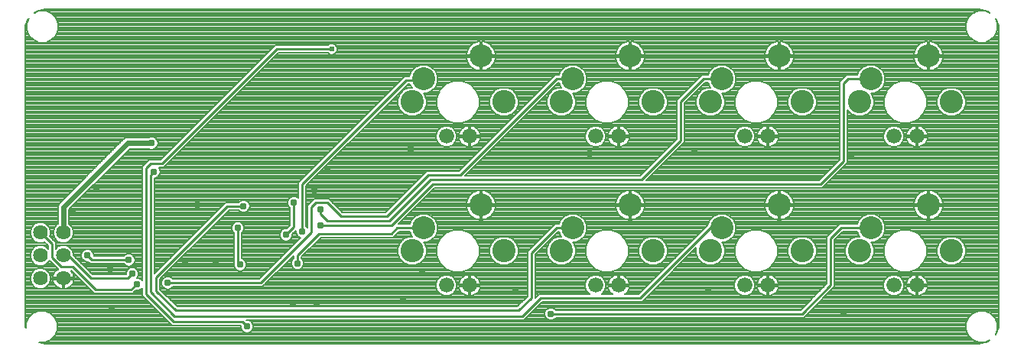
<source format=gbl>
G75*
%MOIN*%
%OFA0B0*%
%FSLAX25Y25*%
%IPPOS*%
%LPD*%
%AMOC8*
5,1,8,0,0,1.08239X$1,22.5*
%
%ADD10C,0.06400*%
%ADD11C,0.10000*%
%ADD12C,0.10124*%
%ADD13C,0.06600*%
%ADD14C,0.00800*%
%ADD15C,0.03100*%
%ADD16C,0.02400*%
%ADD17C,0.01000*%
%ADD18C,0.02400*%
D10*
X0023472Y0031369D03*
X0033472Y0031369D03*
X0033472Y0041369D03*
X0023472Y0041369D03*
X0023472Y0051369D03*
X0033472Y0051369D03*
D11*
X0190472Y0053369D03*
X0215472Y0063369D03*
X0255472Y0053369D03*
X0280472Y0063369D03*
X0320472Y0053369D03*
X0345472Y0063369D03*
X0385472Y0053369D03*
X0410472Y0063369D03*
X0385472Y0118369D03*
X0410472Y0128369D03*
X0345472Y0128369D03*
X0320472Y0118369D03*
X0280472Y0128369D03*
X0255472Y0118369D03*
X0215472Y0128369D03*
X0190472Y0118369D03*
D12*
X0185472Y0108369D03*
X0225472Y0108369D03*
X0250472Y0108369D03*
X0290472Y0108369D03*
X0315472Y0108369D03*
X0355472Y0108369D03*
X0380472Y0108369D03*
X0420472Y0108369D03*
X0420472Y0043369D03*
X0380472Y0043369D03*
X0355472Y0043369D03*
X0315472Y0043369D03*
X0290472Y0043369D03*
X0250472Y0043369D03*
X0225472Y0043369D03*
X0185472Y0043369D03*
D13*
X0200472Y0028369D03*
X0210472Y0028369D03*
X0265472Y0028369D03*
X0275472Y0028369D03*
X0330472Y0028369D03*
X0340472Y0028369D03*
X0395472Y0028369D03*
X0405472Y0028369D03*
X0405472Y0093369D03*
X0395472Y0093369D03*
X0340472Y0093369D03*
X0330472Y0093369D03*
X0275472Y0093369D03*
X0265472Y0093369D03*
X0210472Y0093369D03*
X0200472Y0093369D03*
D14*
X0024127Y0002985D02*
X0022771Y0003425D01*
X0025391Y0003425D01*
X0027931Y0004477D01*
X0029875Y0006422D01*
X0030928Y0008962D01*
X0030928Y0011712D01*
X0029875Y0014252D01*
X0027931Y0016197D01*
X0025391Y0017249D01*
X0022641Y0017249D01*
X0020101Y0016197D01*
X0018156Y0014252D01*
X0017104Y0011712D01*
X0017104Y0009747D01*
X0016978Y0010133D01*
X0016872Y0011479D01*
X0016872Y0140101D01*
X0016978Y0141446D01*
X0017810Y0144005D01*
X0018341Y0144737D01*
X0017450Y0142586D01*
X0017450Y0139836D01*
X0018503Y0137296D01*
X0020447Y0135351D01*
X0022987Y0134299D01*
X0025737Y0134299D01*
X0028277Y0135351D01*
X0030222Y0137296D01*
X0031274Y0139836D01*
X0031274Y0142586D01*
X0030222Y0145126D01*
X0028277Y0147071D01*
X0025737Y0148123D01*
X0022987Y0148123D01*
X0020837Y0147232D01*
X0021568Y0147763D01*
X0024127Y0148595D01*
X0025472Y0148701D01*
X0432638Y0148701D01*
X0433983Y0148595D01*
X0436542Y0147763D01*
X0437274Y0147232D01*
X0435123Y0148123D01*
X0432373Y0148123D01*
X0429833Y0147071D01*
X0427888Y0145126D01*
X0426836Y0142586D01*
X0426836Y0139836D01*
X0427888Y0137296D01*
X0429833Y0135351D01*
X0432373Y0134299D01*
X0435123Y0134299D01*
X0437663Y0135351D01*
X0439608Y0137296D01*
X0440660Y0139836D01*
X0440660Y0142586D01*
X0439769Y0144737D01*
X0440300Y0144005D01*
X0441132Y0141446D01*
X0441238Y0140101D01*
X0441238Y0011479D01*
X0441132Y0010133D01*
X0440300Y0007574D01*
X0439769Y0006843D01*
X0440660Y0008994D01*
X0440660Y0011743D01*
X0439608Y0014284D01*
X0437663Y0016228D01*
X0435123Y0017280D01*
X0432373Y0017280D01*
X0429833Y0016228D01*
X0427888Y0014284D01*
X0426836Y0011743D01*
X0426836Y0008994D01*
X0427888Y0006453D01*
X0429833Y0004509D01*
X0432373Y0003457D01*
X0435123Y0003457D01*
X0437274Y0004348D01*
X0436542Y0003816D01*
X0433983Y0002985D01*
X0432638Y0002879D01*
X0025472Y0002879D01*
X0024127Y0002985D01*
X0025758Y0003577D02*
X0432082Y0003577D01*
X0430154Y0004376D02*
X0027686Y0004376D01*
X0028628Y0005174D02*
X0429167Y0005174D01*
X0428369Y0005973D02*
X0029426Y0005973D01*
X0030020Y0006771D02*
X0427757Y0006771D01*
X0427426Y0007570D02*
X0030351Y0007570D01*
X0030682Y0008369D02*
X0111583Y0008369D01*
X0111915Y0008037D02*
X0112925Y0007619D01*
X0114019Y0007619D01*
X0115030Y0008037D01*
X0115804Y0008811D01*
X0116222Y0009821D01*
X0116222Y0010916D01*
X0115804Y0011926D01*
X0115030Y0012700D01*
X0114019Y0013118D01*
X0113127Y0013118D01*
X0113077Y0013169D01*
X0234177Y0013169D01*
X0242177Y0021169D01*
X0285677Y0021169D01*
X0309272Y0044764D01*
X0309210Y0044614D01*
X0309210Y0042123D01*
X0310164Y0039821D01*
X0311925Y0038060D01*
X0314227Y0037106D01*
X0316718Y0037106D01*
X0319020Y0038060D01*
X0320781Y0039821D01*
X0321735Y0042123D01*
X0321735Y0044614D01*
X0320781Y0046916D01*
X0320529Y0047169D01*
X0321706Y0047169D01*
X0323984Y0048112D01*
X0325729Y0049856D01*
X0326672Y0052135D01*
X0326672Y0054602D01*
X0325729Y0056881D01*
X0323984Y0058625D01*
X0321706Y0059568D01*
X0319239Y0059568D01*
X0316960Y0058625D01*
X0315216Y0056881D01*
X0314272Y0054602D01*
X0314272Y0054573D01*
X0313772Y0054073D01*
X0284268Y0024568D01*
X0278238Y0024568D01*
X0278534Y0024784D01*
X0279057Y0025307D01*
X0279492Y0025905D01*
X0279828Y0026564D01*
X0280057Y0027268D01*
X0280168Y0027969D01*
X0275872Y0027969D01*
X0275872Y0028768D01*
X0280168Y0028768D01*
X0280057Y0029469D01*
X0279828Y0030173D01*
X0279492Y0030832D01*
X0279057Y0031430D01*
X0278534Y0031953D01*
X0277936Y0032388D01*
X0277277Y0032724D01*
X0276573Y0032953D01*
X0275872Y0033064D01*
X0275872Y0028769D01*
X0275072Y0028769D01*
X0275072Y0033064D01*
X0274372Y0032953D01*
X0273668Y0032724D01*
X0273009Y0032388D01*
X0272411Y0031953D01*
X0271887Y0031430D01*
X0271453Y0030832D01*
X0271117Y0030173D01*
X0270888Y0029469D01*
X0270777Y0028768D01*
X0275072Y0028768D01*
X0275072Y0027969D01*
X0270777Y0027969D01*
X0270888Y0027268D01*
X0271117Y0026564D01*
X0271453Y0025905D01*
X0271887Y0025307D01*
X0272411Y0024784D01*
X0272707Y0024568D01*
X0268036Y0024568D01*
X0269287Y0025819D01*
X0269972Y0027473D01*
X0269972Y0029264D01*
X0269287Y0030918D01*
X0268021Y0032183D01*
X0266368Y0032868D01*
X0264577Y0032868D01*
X0262923Y0032183D01*
X0261658Y0030918D01*
X0260972Y0029264D01*
X0260972Y0027473D01*
X0261658Y0025819D01*
X0262908Y0024568D01*
X0240768Y0024568D01*
X0239172Y0022973D01*
X0239172Y0041664D01*
X0249177Y0051669D01*
X0249466Y0051669D01*
X0250216Y0049856D01*
X0250442Y0049631D01*
X0249227Y0049631D01*
X0246925Y0048677D01*
X0245164Y0046916D01*
X0244210Y0044614D01*
X0244210Y0042123D01*
X0245164Y0039821D01*
X0246925Y0038060D01*
X0249227Y0037106D01*
X0251718Y0037106D01*
X0254020Y0038060D01*
X0255781Y0039821D01*
X0256735Y0042123D01*
X0256735Y0044614D01*
X0255781Y0046916D01*
X0255529Y0047169D01*
X0256706Y0047169D01*
X0258984Y0048112D01*
X0260729Y0049856D01*
X0261672Y0052135D01*
X0261672Y0054602D01*
X0260729Y0056881D01*
X0258984Y0058625D01*
X0256706Y0059568D01*
X0254239Y0059568D01*
X0251960Y0058625D01*
X0250216Y0056881D01*
X0249466Y0055068D01*
X0247768Y0055068D01*
X0236768Y0044068D01*
X0235772Y0043073D01*
X0235772Y0023573D01*
X0231268Y0019068D01*
X0083177Y0019068D01*
X0075672Y0026573D01*
X0075672Y0031164D01*
X0105677Y0061169D01*
X0109783Y0061169D01*
X0110415Y0060537D01*
X0111425Y0060119D01*
X0112519Y0060119D01*
X0113530Y0060537D01*
X0114304Y0061311D01*
X0114722Y0062321D01*
X0114722Y0063416D01*
X0114304Y0064426D01*
X0113530Y0065200D01*
X0112519Y0065618D01*
X0111425Y0065618D01*
X0110415Y0065200D01*
X0109783Y0064568D01*
X0104268Y0064568D01*
X0103272Y0063573D01*
X0073172Y0033473D01*
X0073172Y0075119D01*
X0073519Y0075119D01*
X0074530Y0075537D01*
X0075304Y0076311D01*
X0075722Y0077321D01*
X0075722Y0078416D01*
X0075304Y0079426D01*
X0075061Y0079669D01*
X0077177Y0079669D01*
X0078172Y0080664D01*
X0127177Y0129669D01*
X0148778Y0129669D01*
X0149113Y0129334D01*
X0149995Y0128969D01*
X0150950Y0128969D01*
X0151832Y0129334D01*
X0152507Y0130009D01*
X0152872Y0130891D01*
X0152872Y0131846D01*
X0152507Y0132728D01*
X0151832Y0133403D01*
X0150950Y0133768D01*
X0149995Y0133768D01*
X0149113Y0133403D01*
X0148778Y0133068D01*
X0125768Y0133068D01*
X0075768Y0083068D01*
X0070768Y0083068D01*
X0068768Y0081068D01*
X0067772Y0080073D01*
X0067772Y0030458D01*
X0067030Y0031200D01*
X0066019Y0031618D01*
X0065611Y0031618D01*
X0065804Y0031811D01*
X0066222Y0032821D01*
X0066222Y0033916D01*
X0065804Y0034926D01*
X0065030Y0035700D01*
X0064019Y0036118D01*
X0062925Y0036118D01*
X0061915Y0035700D01*
X0061141Y0034926D01*
X0060722Y0033916D01*
X0060722Y0033068D01*
X0046177Y0033068D01*
X0037872Y0041373D01*
X0037872Y0042244D01*
X0037203Y0043861D01*
X0035965Y0045099D01*
X0034348Y0045768D01*
X0032597Y0045768D01*
X0030980Y0045099D01*
X0030172Y0044291D01*
X0030172Y0047073D01*
X0027544Y0049701D01*
X0027872Y0050493D01*
X0027872Y0052244D01*
X0027203Y0053861D01*
X0025965Y0055099D01*
X0024348Y0055768D01*
X0022597Y0055768D01*
X0020980Y0055099D01*
X0019742Y0053861D01*
X0019072Y0052244D01*
X0019072Y0050493D01*
X0019742Y0048876D01*
X0020980Y0047638D01*
X0022597Y0046969D01*
X0024348Y0046969D01*
X0025140Y0047297D01*
X0026772Y0045664D01*
X0026772Y0044291D01*
X0025965Y0045099D01*
X0024348Y0045768D01*
X0022597Y0045768D01*
X0020980Y0045099D01*
X0019742Y0043861D01*
X0019072Y0042244D01*
X0019072Y0040493D01*
X0019742Y0038876D01*
X0020980Y0037638D01*
X0022597Y0036969D01*
X0024348Y0036969D01*
X0025965Y0037638D01*
X0027203Y0038876D01*
X0027307Y0039129D01*
X0027768Y0038669D01*
X0031110Y0035327D01*
X0031062Y0035303D01*
X0030476Y0034877D01*
X0029964Y0034365D01*
X0029538Y0033779D01*
X0029209Y0033134D01*
X0028986Y0032446D01*
X0028878Y0031768D01*
X0033072Y0031768D01*
X0033072Y0030969D01*
X0028878Y0030969D01*
X0028986Y0030291D01*
X0029209Y0029603D01*
X0029538Y0028958D01*
X0029964Y0028372D01*
X0030476Y0027860D01*
X0031062Y0027434D01*
X0031707Y0027106D01*
X0032395Y0026882D01*
X0033072Y0026775D01*
X0033072Y0030968D01*
X0033872Y0030968D01*
X0033872Y0026775D01*
X0034550Y0026882D01*
X0035238Y0027106D01*
X0035883Y0027434D01*
X0036469Y0027860D01*
X0036981Y0028372D01*
X0037407Y0028958D01*
X0037735Y0029603D01*
X0037959Y0030291D01*
X0038066Y0030969D01*
X0033872Y0030969D01*
X0033872Y0031768D01*
X0038066Y0031768D01*
X0037959Y0032446D01*
X0037735Y0033134D01*
X0037407Y0033779D01*
X0036981Y0034365D01*
X0036678Y0034669D01*
X0036768Y0034669D01*
X0046768Y0024669D01*
X0063677Y0024669D01*
X0064672Y0025664D01*
X0065127Y0026119D01*
X0066019Y0026119D01*
X0067030Y0026537D01*
X0067772Y0027279D01*
X0067772Y0023664D01*
X0079772Y0011664D01*
X0080768Y0010669D01*
X0110722Y0010669D01*
X0110722Y0009821D01*
X0111141Y0008811D01*
X0111915Y0008037D01*
X0110994Y0009167D02*
X0030928Y0009167D01*
X0030928Y0009966D02*
X0110722Y0009966D01*
X0115362Y0008369D02*
X0427095Y0008369D01*
X0426836Y0009167D02*
X0115951Y0009167D01*
X0116222Y0009966D02*
X0426836Y0009966D01*
X0426836Y0010764D02*
X0116222Y0010764D01*
X0115954Y0011563D02*
X0426836Y0011563D01*
X0427092Y0012361D02*
X0115369Y0012361D01*
X0113086Y0013160D02*
X0245326Y0013160D01*
X0245425Y0013119D02*
X0246519Y0013119D01*
X0247530Y0013537D01*
X0248162Y0014169D01*
X0356177Y0014169D01*
X0357172Y0015164D01*
X0369672Y0027664D01*
X0369672Y0048164D01*
X0373177Y0051669D01*
X0379466Y0051669D01*
X0380216Y0049856D01*
X0380442Y0049631D01*
X0379227Y0049631D01*
X0376925Y0048677D01*
X0375164Y0046916D01*
X0374210Y0044614D01*
X0374210Y0042123D01*
X0375164Y0039821D01*
X0376925Y0038060D01*
X0379227Y0037106D01*
X0381718Y0037106D01*
X0384020Y0038060D01*
X0385781Y0039821D01*
X0386735Y0042123D01*
X0386735Y0044614D01*
X0385781Y0046916D01*
X0385529Y0047169D01*
X0386706Y0047169D01*
X0388984Y0048112D01*
X0390729Y0049856D01*
X0391672Y0052135D01*
X0391672Y0054602D01*
X0390729Y0056881D01*
X0388984Y0058625D01*
X0386706Y0059568D01*
X0384239Y0059568D01*
X0381960Y0058625D01*
X0380216Y0056881D01*
X0379466Y0055068D01*
X0371768Y0055068D01*
X0367268Y0050568D01*
X0366272Y0049573D01*
X0366272Y0029073D01*
X0354768Y0017568D01*
X0248162Y0017568D01*
X0247530Y0018200D01*
X0246519Y0018618D01*
X0245425Y0018618D01*
X0244415Y0018200D01*
X0243641Y0017426D01*
X0243222Y0016416D01*
X0243222Y0015321D01*
X0243641Y0014311D01*
X0244415Y0013537D01*
X0245425Y0013119D01*
X0246619Y0013160D02*
X0427423Y0013160D01*
X0427754Y0013958D02*
X0247951Y0013958D01*
X0243994Y0013958D02*
X0234966Y0013958D01*
X0235765Y0014757D02*
X0243456Y0014757D01*
X0243222Y0015555D02*
X0236563Y0015555D01*
X0237362Y0016354D02*
X0243222Y0016354D01*
X0243528Y0017152D02*
X0238160Y0017152D01*
X0238959Y0017951D02*
X0244166Y0017951D01*
X0247779Y0017951D02*
X0355150Y0017951D01*
X0355949Y0018749D02*
X0239757Y0018749D01*
X0240556Y0019548D02*
X0356747Y0019548D01*
X0357546Y0020346D02*
X0241354Y0020346D01*
X0242153Y0021145D02*
X0358344Y0021145D01*
X0359143Y0021943D02*
X0286451Y0021943D01*
X0287250Y0022742D02*
X0359941Y0022742D01*
X0360740Y0023540D02*
X0288048Y0023540D01*
X0288847Y0024339D02*
X0328442Y0024339D01*
X0327923Y0024554D02*
X0326658Y0025819D01*
X0325972Y0027473D01*
X0325972Y0029264D01*
X0326658Y0030918D01*
X0327923Y0032183D01*
X0329577Y0032868D01*
X0331368Y0032868D01*
X0333021Y0032183D01*
X0334287Y0030918D01*
X0334972Y0029264D01*
X0334972Y0027473D01*
X0334287Y0025819D01*
X0333021Y0024554D01*
X0331368Y0023869D01*
X0329577Y0023869D01*
X0327923Y0024554D01*
X0327340Y0025137D02*
X0289645Y0025137D01*
X0290444Y0025936D02*
X0326609Y0025936D01*
X0326279Y0026734D02*
X0291242Y0026734D01*
X0292041Y0027533D02*
X0325972Y0027533D01*
X0325972Y0028331D02*
X0292839Y0028331D01*
X0293638Y0029130D02*
X0325972Y0029130D01*
X0326248Y0029928D02*
X0294436Y0029928D01*
X0295235Y0030727D02*
X0326579Y0030727D01*
X0327265Y0031525D02*
X0296033Y0031525D01*
X0296832Y0032324D02*
X0328262Y0032324D01*
X0332682Y0032324D02*
X0337920Y0032324D01*
X0338009Y0032388D02*
X0337411Y0031953D01*
X0336887Y0031430D01*
X0336453Y0030832D01*
X0336117Y0030173D01*
X0335888Y0029469D01*
X0335777Y0028768D01*
X0340072Y0028768D01*
X0340072Y0027969D01*
X0335777Y0027969D01*
X0335888Y0027268D01*
X0336117Y0026564D01*
X0336453Y0025905D01*
X0336887Y0025307D01*
X0337411Y0024784D01*
X0338009Y0024349D01*
X0338668Y0024013D01*
X0339372Y0023784D01*
X0340072Y0023673D01*
X0340072Y0027968D01*
X0340872Y0027968D01*
X0340872Y0023673D01*
X0341573Y0023784D01*
X0342277Y0024013D01*
X0342936Y0024349D01*
X0343534Y0024784D01*
X0344057Y0025307D01*
X0344492Y0025905D01*
X0344828Y0026564D01*
X0345057Y0027268D01*
X0345168Y0027969D01*
X0340872Y0027969D01*
X0340872Y0028768D01*
X0345168Y0028768D01*
X0345057Y0029469D01*
X0344828Y0030173D01*
X0344492Y0030832D01*
X0344057Y0031430D01*
X0343534Y0031953D01*
X0342936Y0032388D01*
X0342277Y0032724D01*
X0341573Y0032953D01*
X0340872Y0033064D01*
X0340872Y0028769D01*
X0340072Y0028769D01*
X0340072Y0033064D01*
X0339372Y0032953D01*
X0338668Y0032724D01*
X0338009Y0032388D01*
X0336982Y0031525D02*
X0333680Y0031525D01*
X0334366Y0030727D02*
X0336399Y0030727D01*
X0336037Y0029928D02*
X0334697Y0029928D01*
X0334972Y0029130D02*
X0335834Y0029130D01*
X0334972Y0028331D02*
X0340072Y0028331D01*
X0340072Y0027533D02*
X0340872Y0027533D01*
X0340872Y0028331D02*
X0365531Y0028331D01*
X0366272Y0029130D02*
X0345110Y0029130D01*
X0344907Y0029928D02*
X0366272Y0029928D01*
X0366272Y0030727D02*
X0344546Y0030727D01*
X0343962Y0031525D02*
X0366272Y0031525D01*
X0366272Y0032324D02*
X0343024Y0032324D01*
X0340872Y0032324D02*
X0340072Y0032324D01*
X0340072Y0031525D02*
X0340872Y0031525D01*
X0340872Y0030727D02*
X0340072Y0030727D01*
X0340072Y0029928D02*
X0340872Y0029928D01*
X0340872Y0029130D02*
X0340072Y0029130D01*
X0335846Y0027533D02*
X0334972Y0027533D01*
X0334666Y0026734D02*
X0336062Y0026734D01*
X0336437Y0025936D02*
X0334336Y0025936D01*
X0333605Y0025137D02*
X0337057Y0025137D01*
X0338029Y0024339D02*
X0332503Y0024339D01*
X0340072Y0024339D02*
X0340872Y0024339D01*
X0340872Y0025137D02*
X0340072Y0025137D01*
X0340072Y0025936D02*
X0340872Y0025936D01*
X0340872Y0026734D02*
X0340072Y0026734D01*
X0342916Y0024339D02*
X0361539Y0024339D01*
X0362337Y0025137D02*
X0343888Y0025137D01*
X0344508Y0025936D02*
X0363136Y0025936D01*
X0363934Y0026734D02*
X0344883Y0026734D01*
X0345099Y0027533D02*
X0364733Y0027533D01*
X0367944Y0025936D02*
X0391609Y0025936D01*
X0391658Y0025819D02*
X0392923Y0024554D01*
X0394577Y0023869D01*
X0396368Y0023869D01*
X0398021Y0024554D01*
X0399287Y0025819D01*
X0399972Y0027473D01*
X0399972Y0029264D01*
X0399287Y0030918D01*
X0398021Y0032183D01*
X0396368Y0032868D01*
X0394577Y0032868D01*
X0392923Y0032183D01*
X0391658Y0030918D01*
X0390972Y0029264D01*
X0390972Y0027473D01*
X0391658Y0025819D01*
X0392340Y0025137D02*
X0367145Y0025137D01*
X0366347Y0024339D02*
X0393442Y0024339D01*
X0391279Y0026734D02*
X0368742Y0026734D01*
X0369541Y0027533D02*
X0390972Y0027533D01*
X0390972Y0028331D02*
X0369672Y0028331D01*
X0369672Y0029130D02*
X0390972Y0029130D01*
X0391248Y0029928D02*
X0369672Y0029928D01*
X0369672Y0030727D02*
X0391579Y0030727D01*
X0392265Y0031525D02*
X0369672Y0031525D01*
X0369672Y0032324D02*
X0393262Y0032324D01*
X0395219Y0035506D02*
X0398628Y0034094D01*
X0402317Y0034094D01*
X0405726Y0035506D01*
X0408335Y0038115D01*
X0409747Y0041524D01*
X0409747Y0045213D01*
X0408335Y0048622D01*
X0405726Y0051231D01*
X0402317Y0052643D01*
X0398628Y0052643D01*
X0395219Y0051231D01*
X0392610Y0048622D01*
X0391198Y0045213D01*
X0391198Y0041524D01*
X0392610Y0038115D01*
X0395219Y0035506D01*
X0395206Y0035518D02*
X0369672Y0035518D01*
X0369672Y0036316D02*
X0394408Y0036316D01*
X0393609Y0037115D02*
X0381739Y0037115D01*
X0383667Y0037913D02*
X0392811Y0037913D01*
X0392362Y0038712D02*
X0384672Y0038712D01*
X0385470Y0039510D02*
X0392032Y0039510D01*
X0391701Y0040309D02*
X0385983Y0040309D01*
X0386314Y0041107D02*
X0391370Y0041107D01*
X0391198Y0041906D02*
X0386645Y0041906D01*
X0386735Y0042704D02*
X0391198Y0042704D01*
X0391198Y0043503D02*
X0386735Y0043503D01*
X0386735Y0044302D02*
X0391198Y0044302D01*
X0391198Y0045100D02*
X0386533Y0045100D01*
X0386203Y0045899D02*
X0391481Y0045899D01*
X0391812Y0046697D02*
X0385872Y0046697D01*
X0387495Y0047496D02*
X0392143Y0047496D01*
X0392474Y0048294D02*
X0389166Y0048294D01*
X0389965Y0049093D02*
X0393080Y0049093D01*
X0393878Y0049891D02*
X0390743Y0049891D01*
X0391074Y0050690D02*
X0394677Y0050690D01*
X0395839Y0051488D02*
X0391404Y0051488D01*
X0391672Y0052287D02*
X0397766Y0052287D01*
X0403178Y0052287D02*
X0441238Y0052287D01*
X0441238Y0053085D02*
X0391672Y0053085D01*
X0391672Y0053884D02*
X0441238Y0053884D01*
X0441238Y0054682D02*
X0391639Y0054682D01*
X0391308Y0055481D02*
X0441238Y0055481D01*
X0441238Y0056279D02*
X0390978Y0056279D01*
X0390531Y0057078D02*
X0409224Y0057078D01*
X0409221Y0057078D02*
X0410053Y0056969D01*
X0410072Y0056969D01*
X0410072Y0062968D01*
X0410872Y0062968D01*
X0410872Y0056969D01*
X0410892Y0056969D01*
X0411724Y0057078D01*
X0412534Y0057295D01*
X0413309Y0057616D01*
X0414036Y0058036D01*
X0414701Y0058546D01*
X0415295Y0059140D01*
X0415805Y0059805D01*
X0416225Y0060532D01*
X0416546Y0061307D01*
X0416763Y0062117D01*
X0416872Y0062949D01*
X0416872Y0062969D01*
X0410872Y0062969D01*
X0410872Y0063768D01*
X0416872Y0063768D01*
X0416872Y0063788D01*
X0416763Y0064620D01*
X0416546Y0065430D01*
X0416225Y0066205D01*
X0415805Y0066932D01*
X0415295Y0067597D01*
X0414701Y0068191D01*
X0414036Y0068701D01*
X0413309Y0069121D01*
X0412534Y0069442D01*
X0411724Y0069659D01*
X0410892Y0069768D01*
X0410872Y0069768D01*
X0410872Y0063769D01*
X0410072Y0063769D01*
X0410072Y0069768D01*
X0410053Y0069768D01*
X0409221Y0069659D01*
X0408411Y0069442D01*
X0407636Y0069121D01*
X0406909Y0068701D01*
X0406244Y0068191D01*
X0405650Y0067597D01*
X0405140Y0066932D01*
X0404720Y0066205D01*
X0404399Y0065430D01*
X0404182Y0064620D01*
X0404072Y0063788D01*
X0404072Y0063768D01*
X0410072Y0063768D01*
X0410072Y0062969D01*
X0404072Y0062969D01*
X0404072Y0062949D01*
X0404182Y0062117D01*
X0404399Y0061307D01*
X0404720Y0060532D01*
X0405140Y0059805D01*
X0405650Y0059140D01*
X0406244Y0058546D01*
X0406909Y0058036D01*
X0407636Y0057616D01*
X0408411Y0057295D01*
X0409221Y0057078D01*
X0410072Y0057078D02*
X0410872Y0057078D01*
X0410872Y0057876D02*
X0410072Y0057876D01*
X0410072Y0058675D02*
X0410872Y0058675D01*
X0410872Y0059473D02*
X0410072Y0059473D01*
X0410072Y0060272D02*
X0410872Y0060272D01*
X0410872Y0061070D02*
X0410072Y0061070D01*
X0410072Y0061869D02*
X0410872Y0061869D01*
X0410872Y0062667D02*
X0410072Y0062667D01*
X0410072Y0063466D02*
X0345872Y0063466D01*
X0345872Y0063768D02*
X0345872Y0062969D01*
X0351872Y0062969D01*
X0351872Y0062949D01*
X0351763Y0062117D01*
X0351546Y0061307D01*
X0351225Y0060532D01*
X0350805Y0059805D01*
X0350295Y0059140D01*
X0349701Y0058546D01*
X0349036Y0058036D01*
X0348309Y0057616D01*
X0347534Y0057295D01*
X0346724Y0057078D01*
X0345892Y0056969D01*
X0345872Y0056969D01*
X0345872Y0062968D01*
X0345072Y0062968D01*
X0345072Y0056969D01*
X0345053Y0056969D01*
X0344221Y0057078D01*
X0343411Y0057295D01*
X0342636Y0057616D01*
X0341909Y0058036D01*
X0341244Y0058546D01*
X0340650Y0059140D01*
X0340140Y0059805D01*
X0339720Y0060532D01*
X0339399Y0061307D01*
X0339182Y0062117D01*
X0339072Y0062949D01*
X0339072Y0062969D01*
X0345072Y0062969D01*
X0345072Y0063768D01*
X0339072Y0063768D01*
X0339072Y0063788D01*
X0339182Y0064620D01*
X0339399Y0065430D01*
X0339720Y0066205D01*
X0340140Y0066932D01*
X0340650Y0067597D01*
X0341244Y0068191D01*
X0341909Y0068701D01*
X0342636Y0069121D01*
X0343411Y0069442D01*
X0344221Y0069659D01*
X0345053Y0069768D01*
X0345072Y0069768D01*
X0345072Y0063769D01*
X0345872Y0063769D01*
X0345872Y0069768D01*
X0345892Y0069768D01*
X0346724Y0069659D01*
X0347534Y0069442D01*
X0348309Y0069121D01*
X0349036Y0068701D01*
X0349701Y0068191D01*
X0350295Y0067597D01*
X0350805Y0066932D01*
X0351225Y0066205D01*
X0351546Y0065430D01*
X0351763Y0064620D01*
X0351872Y0063788D01*
X0351872Y0063768D01*
X0345872Y0063768D01*
X0345872Y0064264D02*
X0345072Y0064264D01*
X0345072Y0063466D02*
X0280872Y0063466D01*
X0280872Y0063768D02*
X0280872Y0062969D01*
X0286872Y0062969D01*
X0286872Y0062949D01*
X0286763Y0062117D01*
X0286546Y0061307D01*
X0286225Y0060532D01*
X0285805Y0059805D01*
X0285295Y0059140D01*
X0284701Y0058546D01*
X0284036Y0058036D01*
X0283309Y0057616D01*
X0282534Y0057295D01*
X0281724Y0057078D01*
X0280892Y0056969D01*
X0280872Y0056969D01*
X0280872Y0062968D01*
X0280072Y0062968D01*
X0280072Y0056969D01*
X0280053Y0056969D01*
X0279221Y0057078D01*
X0278411Y0057295D01*
X0277636Y0057616D01*
X0276909Y0058036D01*
X0276244Y0058546D01*
X0275650Y0059140D01*
X0275140Y0059805D01*
X0274720Y0060532D01*
X0274399Y0061307D01*
X0274182Y0062117D01*
X0274072Y0062949D01*
X0274072Y0062969D01*
X0280072Y0062969D01*
X0280072Y0063768D01*
X0274072Y0063768D01*
X0274072Y0063788D01*
X0274182Y0064620D01*
X0274399Y0065430D01*
X0274720Y0066205D01*
X0275140Y0066932D01*
X0275650Y0067597D01*
X0276244Y0068191D01*
X0276909Y0068701D01*
X0277636Y0069121D01*
X0278411Y0069442D01*
X0279221Y0069659D01*
X0280053Y0069768D01*
X0280072Y0069768D01*
X0280072Y0063769D01*
X0280872Y0063769D01*
X0280872Y0069768D01*
X0280892Y0069768D01*
X0281724Y0069659D01*
X0282534Y0069442D01*
X0283309Y0069121D01*
X0284036Y0068701D01*
X0284701Y0068191D01*
X0285295Y0067597D01*
X0285805Y0066932D01*
X0286225Y0066205D01*
X0286546Y0065430D01*
X0286763Y0064620D01*
X0286872Y0063788D01*
X0286872Y0063768D01*
X0280872Y0063768D01*
X0280872Y0064264D02*
X0280072Y0064264D01*
X0280072Y0063466D02*
X0215872Y0063466D01*
X0215872Y0063768D02*
X0215872Y0062969D01*
X0221872Y0062969D01*
X0221872Y0062949D01*
X0221763Y0062117D01*
X0221546Y0061307D01*
X0221225Y0060532D01*
X0220805Y0059805D01*
X0220295Y0059140D01*
X0219701Y0058546D01*
X0219036Y0058036D01*
X0218309Y0057616D01*
X0217534Y0057295D01*
X0216724Y0057078D01*
X0215892Y0056969D01*
X0215872Y0056969D01*
X0215872Y0062968D01*
X0215072Y0062968D01*
X0215072Y0056969D01*
X0215053Y0056969D01*
X0214221Y0057078D01*
X0213411Y0057295D01*
X0212636Y0057616D01*
X0211909Y0058036D01*
X0211244Y0058546D01*
X0210650Y0059140D01*
X0210140Y0059805D01*
X0209720Y0060532D01*
X0209399Y0061307D01*
X0209182Y0062117D01*
X0209072Y0062949D01*
X0209072Y0062969D01*
X0215072Y0062969D01*
X0215072Y0063768D01*
X0209072Y0063768D01*
X0209072Y0063788D01*
X0209182Y0064620D01*
X0209399Y0065430D01*
X0209720Y0066205D01*
X0210140Y0066932D01*
X0210650Y0067597D01*
X0211244Y0068191D01*
X0211909Y0068701D01*
X0212636Y0069121D01*
X0213411Y0069442D01*
X0214221Y0069659D01*
X0215053Y0069768D01*
X0215072Y0069768D01*
X0215072Y0063769D01*
X0215872Y0063769D01*
X0215872Y0069768D01*
X0215892Y0069768D01*
X0216724Y0069659D01*
X0217534Y0069442D01*
X0218309Y0069121D01*
X0219036Y0068701D01*
X0219701Y0068191D01*
X0220295Y0067597D01*
X0220805Y0066932D01*
X0221225Y0066205D01*
X0221546Y0065430D01*
X0221763Y0064620D01*
X0221872Y0063788D01*
X0221872Y0063768D01*
X0215872Y0063768D01*
X0215872Y0064264D02*
X0215072Y0064264D01*
X0215072Y0063466D02*
X0187974Y0063466D01*
X0188772Y0064264D02*
X0209135Y0064264D01*
X0209301Y0065063D02*
X0189571Y0065063D01*
X0190369Y0065861D02*
X0209578Y0065861D01*
X0209983Y0066660D02*
X0191168Y0066660D01*
X0191966Y0067458D02*
X0210544Y0067458D01*
X0211330Y0068257D02*
X0192765Y0068257D01*
X0193563Y0069055D02*
X0212522Y0069055D01*
X0215072Y0069055D02*
X0215872Y0069055D01*
X0215872Y0068257D02*
X0215072Y0068257D01*
X0215072Y0067458D02*
X0215872Y0067458D01*
X0215872Y0066660D02*
X0215072Y0066660D01*
X0215072Y0065861D02*
X0215872Y0065861D01*
X0215872Y0065063D02*
X0215072Y0065063D01*
X0215072Y0062667D02*
X0215872Y0062667D01*
X0215872Y0061869D02*
X0215072Y0061869D01*
X0215072Y0061070D02*
X0215872Y0061070D01*
X0215872Y0060272D02*
X0215072Y0060272D01*
X0215072Y0059473D02*
X0215872Y0059473D01*
X0215872Y0058675D02*
X0215072Y0058675D01*
X0215072Y0057876D02*
X0215872Y0057876D01*
X0215872Y0057078D02*
X0215072Y0057078D01*
X0214224Y0057078D02*
X0195531Y0057078D01*
X0195729Y0056881D02*
X0193984Y0058625D01*
X0191706Y0059568D01*
X0189239Y0059568D01*
X0186960Y0058625D01*
X0185216Y0056881D01*
X0184466Y0055068D01*
X0179577Y0055068D01*
X0195177Y0070669D01*
X0364177Y0070669D01*
X0365172Y0071664D01*
X0375172Y0081664D01*
X0375172Y0104812D01*
X0376925Y0103060D01*
X0379227Y0102106D01*
X0381718Y0102106D01*
X0384020Y0103060D01*
X0385781Y0104821D01*
X0386735Y0107123D01*
X0386735Y0109614D01*
X0385781Y0111916D01*
X0385529Y0112169D01*
X0386706Y0112169D01*
X0388984Y0113112D01*
X0390729Y0114856D01*
X0391672Y0117135D01*
X0391672Y0119602D01*
X0390729Y0121881D01*
X0388984Y0123625D01*
X0386706Y0124568D01*
X0384239Y0124568D01*
X0381960Y0123625D01*
X0380216Y0121881D01*
X0379466Y0120068D01*
X0374768Y0120068D01*
X0372768Y0118068D01*
X0371772Y0117073D01*
X0371772Y0083073D01*
X0362768Y0074068D01*
X0287577Y0074068D01*
X0303177Y0089669D01*
X0304172Y0090664D01*
X0304172Y0107664D01*
X0313177Y0116669D01*
X0314466Y0116669D01*
X0315216Y0114856D01*
X0315442Y0114631D01*
X0314227Y0114631D01*
X0311925Y0113677D01*
X0310164Y0111916D01*
X0309210Y0109614D01*
X0309210Y0107123D01*
X0310164Y0104821D01*
X0311925Y0103060D01*
X0314227Y0102106D01*
X0316718Y0102106D01*
X0319020Y0103060D01*
X0320781Y0104821D01*
X0321735Y0107123D01*
X0321735Y0109614D01*
X0320781Y0111916D01*
X0320529Y0112169D01*
X0321706Y0112169D01*
X0323984Y0113112D01*
X0325729Y0114856D01*
X0326672Y0117135D01*
X0326672Y0119602D01*
X0325729Y0121881D01*
X0323984Y0123625D01*
X0321706Y0124568D01*
X0319239Y0124568D01*
X0316960Y0123625D01*
X0315216Y0121881D01*
X0314466Y0120068D01*
X0311768Y0120068D01*
X0301768Y0110068D01*
X0300772Y0109073D01*
X0300772Y0092073D01*
X0284768Y0076068D01*
X0208577Y0076068D01*
X0249177Y0116669D01*
X0249466Y0116669D01*
X0250216Y0114856D01*
X0250442Y0114631D01*
X0249227Y0114631D01*
X0246925Y0113677D01*
X0245164Y0111916D01*
X0244210Y0109614D01*
X0244210Y0107123D01*
X0245164Y0104821D01*
X0246925Y0103060D01*
X0249227Y0102106D01*
X0251718Y0102106D01*
X0254020Y0103060D01*
X0255781Y0104821D01*
X0256735Y0107123D01*
X0256735Y0109614D01*
X0255781Y0111916D01*
X0255529Y0112169D01*
X0256706Y0112169D01*
X0258984Y0113112D01*
X0260729Y0114856D01*
X0261672Y0117135D01*
X0261672Y0119602D01*
X0260729Y0121881D01*
X0258984Y0123625D01*
X0256706Y0124568D01*
X0254239Y0124568D01*
X0251960Y0123625D01*
X0250216Y0121881D01*
X0249466Y0120068D01*
X0247768Y0120068D01*
X0205768Y0078068D01*
X0191768Y0078068D01*
X0173768Y0060068D01*
X0155177Y0060068D01*
X0150172Y0065073D01*
X0149177Y0066068D01*
X0142768Y0066068D01*
X0140768Y0064068D01*
X0139772Y0063073D01*
X0139772Y0053458D01*
X0139172Y0054058D01*
X0139172Y0071664D01*
X0183677Y0116169D01*
X0184673Y0116169D01*
X0185216Y0114856D01*
X0185442Y0114631D01*
X0184227Y0114631D01*
X0181925Y0113677D01*
X0180164Y0111916D01*
X0179210Y0109614D01*
X0179210Y0107123D01*
X0180164Y0104821D01*
X0181925Y0103060D01*
X0184227Y0102106D01*
X0186718Y0102106D01*
X0189020Y0103060D01*
X0190781Y0104821D01*
X0191735Y0107123D01*
X0191735Y0109614D01*
X0190781Y0111916D01*
X0190529Y0112169D01*
X0191706Y0112169D01*
X0193984Y0113112D01*
X0195729Y0114856D01*
X0196672Y0117135D01*
X0196672Y0119602D01*
X0195729Y0121881D01*
X0193984Y0123625D01*
X0191706Y0124568D01*
X0189239Y0124568D01*
X0186960Y0123625D01*
X0185216Y0121881D01*
X0184272Y0119602D01*
X0184272Y0119568D01*
X0182268Y0119568D01*
X0136768Y0074068D01*
X0135772Y0073073D01*
X0135772Y0066458D01*
X0135530Y0066700D01*
X0134519Y0067118D01*
X0133425Y0067118D01*
X0132415Y0066700D01*
X0131641Y0065926D01*
X0131222Y0064916D01*
X0131222Y0063821D01*
X0131641Y0062811D01*
X0132272Y0062179D01*
X0132272Y0054573D01*
X0130818Y0053118D01*
X0129925Y0053118D01*
X0128915Y0052700D01*
X0128141Y0051926D01*
X0127722Y0050916D01*
X0127722Y0049821D01*
X0128141Y0048811D01*
X0128915Y0048037D01*
X0129925Y0047619D01*
X0131019Y0047619D01*
X0132030Y0048037D01*
X0132804Y0048811D01*
X0133222Y0049821D01*
X0133222Y0050714D01*
X0134677Y0052169D01*
X0134722Y0052214D01*
X0134722Y0051321D01*
X0135141Y0050311D01*
X0135915Y0049537D01*
X0136850Y0049150D01*
X0118768Y0031068D01*
X0081162Y0031068D01*
X0080530Y0031700D01*
X0079519Y0032118D01*
X0078425Y0032118D01*
X0077415Y0031700D01*
X0076641Y0030926D01*
X0076222Y0029916D01*
X0076222Y0028821D01*
X0076641Y0027811D01*
X0077415Y0027037D01*
X0078425Y0026619D01*
X0079519Y0026619D01*
X0080530Y0027037D01*
X0081162Y0027669D01*
X0120177Y0027669D01*
X0121172Y0028664D01*
X0133772Y0041264D01*
X0133772Y0040058D01*
X0133141Y0039426D01*
X0132722Y0038416D01*
X0132722Y0037321D01*
X0133141Y0036311D01*
X0133915Y0035537D01*
X0134925Y0035119D01*
X0136019Y0035119D01*
X0137030Y0035537D01*
X0137804Y0036311D01*
X0138222Y0037321D01*
X0138222Y0038416D01*
X0137804Y0039426D01*
X0137172Y0040058D01*
X0137172Y0040664D01*
X0145677Y0049169D01*
X0177177Y0049169D01*
X0178172Y0050164D01*
X0179677Y0051669D01*
X0184466Y0051669D01*
X0185216Y0049856D01*
X0185442Y0049631D01*
X0184227Y0049631D01*
X0181925Y0048677D01*
X0180164Y0046916D01*
X0179210Y0044614D01*
X0179210Y0042123D01*
X0180164Y0039821D01*
X0181925Y0038060D01*
X0184227Y0037106D01*
X0186718Y0037106D01*
X0189020Y0038060D01*
X0190781Y0039821D01*
X0191735Y0042123D01*
X0191735Y0044614D01*
X0190781Y0046916D01*
X0190529Y0047169D01*
X0191706Y0047169D01*
X0193984Y0048112D01*
X0195729Y0049856D01*
X0196672Y0052135D01*
X0196672Y0054602D01*
X0195729Y0056881D01*
X0195978Y0056279D02*
X0249967Y0056279D01*
X0249637Y0055481D02*
X0196308Y0055481D01*
X0196639Y0054682D02*
X0247382Y0054682D01*
X0246583Y0053884D02*
X0196672Y0053884D01*
X0196672Y0053085D02*
X0245785Y0053085D01*
X0244986Y0052287D02*
X0208178Y0052287D01*
X0207317Y0052643D02*
X0203628Y0052643D01*
X0200219Y0051231D01*
X0197610Y0048622D01*
X0196198Y0045213D01*
X0196198Y0041524D01*
X0197610Y0038115D01*
X0200219Y0035506D01*
X0203628Y0034094D01*
X0207317Y0034094D01*
X0210726Y0035506D01*
X0213335Y0038115D01*
X0214747Y0041524D01*
X0214747Y0045213D01*
X0213335Y0048622D01*
X0210726Y0051231D01*
X0207317Y0052643D01*
X0210106Y0051488D02*
X0244188Y0051488D01*
X0243389Y0050690D02*
X0211268Y0050690D01*
X0212066Y0049891D02*
X0242591Y0049891D01*
X0241792Y0049093D02*
X0228017Y0049093D01*
X0229020Y0048677D02*
X0226718Y0049631D01*
X0224227Y0049631D01*
X0221925Y0048677D01*
X0220164Y0046916D01*
X0219210Y0044614D01*
X0219210Y0042123D01*
X0220164Y0039821D01*
X0221925Y0038060D01*
X0224227Y0037106D01*
X0226718Y0037106D01*
X0229020Y0038060D01*
X0230781Y0039821D01*
X0231735Y0042123D01*
X0231735Y0044614D01*
X0230781Y0046916D01*
X0229020Y0048677D01*
X0229403Y0048294D02*
X0240994Y0048294D01*
X0240195Y0047496D02*
X0230201Y0047496D01*
X0230872Y0046697D02*
X0239397Y0046697D01*
X0238598Y0045899D02*
X0231203Y0045899D01*
X0231533Y0045100D02*
X0237800Y0045100D01*
X0237001Y0044302D02*
X0231735Y0044302D01*
X0231735Y0043503D02*
X0236203Y0043503D01*
X0235772Y0042704D02*
X0231735Y0042704D01*
X0231645Y0041906D02*
X0235772Y0041906D01*
X0235772Y0041107D02*
X0231314Y0041107D01*
X0230983Y0040309D02*
X0235772Y0040309D01*
X0235772Y0039510D02*
X0230470Y0039510D01*
X0229672Y0038712D02*
X0235772Y0038712D01*
X0235772Y0037913D02*
X0228667Y0037913D01*
X0226739Y0037115D02*
X0235772Y0037115D01*
X0235772Y0036316D02*
X0211537Y0036316D01*
X0210738Y0035518D02*
X0235772Y0035518D01*
X0235772Y0034719D02*
X0208828Y0034719D01*
X0209372Y0032953D02*
X0208668Y0032724D01*
X0208009Y0032388D01*
X0207411Y0031953D01*
X0206887Y0031430D01*
X0206453Y0030832D01*
X0206117Y0030173D01*
X0205888Y0029469D01*
X0205777Y0028768D01*
X0210072Y0028768D01*
X0210072Y0027969D01*
X0205777Y0027969D01*
X0205888Y0027268D01*
X0206117Y0026564D01*
X0206453Y0025905D01*
X0206887Y0025307D01*
X0207411Y0024784D01*
X0208009Y0024349D01*
X0208668Y0024013D01*
X0209372Y0023784D01*
X0210072Y0023673D01*
X0210072Y0027968D01*
X0210872Y0027968D01*
X0210872Y0023673D01*
X0211573Y0023784D01*
X0212277Y0024013D01*
X0212936Y0024349D01*
X0213534Y0024784D01*
X0214057Y0025307D01*
X0214492Y0025905D01*
X0214828Y0026564D01*
X0215057Y0027268D01*
X0215168Y0027969D01*
X0210872Y0027969D01*
X0210872Y0028768D01*
X0215168Y0028768D01*
X0215057Y0029469D01*
X0214828Y0030173D01*
X0214492Y0030832D01*
X0214057Y0031430D01*
X0213534Y0031953D01*
X0212936Y0032388D01*
X0212277Y0032724D01*
X0211573Y0032953D01*
X0210872Y0033064D01*
X0210872Y0028769D01*
X0210072Y0028769D01*
X0210072Y0033064D01*
X0209372Y0032953D01*
X0210072Y0032324D02*
X0210872Y0032324D01*
X0210872Y0031525D02*
X0210072Y0031525D01*
X0210072Y0030727D02*
X0210872Y0030727D01*
X0210872Y0029928D02*
X0210072Y0029928D01*
X0210072Y0029130D02*
X0210872Y0029130D01*
X0210872Y0028331D02*
X0235772Y0028331D01*
X0235772Y0027533D02*
X0215099Y0027533D01*
X0214883Y0026734D02*
X0235772Y0026734D01*
X0235772Y0025936D02*
X0214508Y0025936D01*
X0213888Y0025137D02*
X0235772Y0025137D01*
X0235772Y0024339D02*
X0212916Y0024339D01*
X0210872Y0024339D02*
X0210072Y0024339D01*
X0210072Y0025137D02*
X0210872Y0025137D01*
X0210872Y0025936D02*
X0210072Y0025936D01*
X0210072Y0026734D02*
X0210872Y0026734D01*
X0210872Y0027533D02*
X0210072Y0027533D01*
X0210072Y0028331D02*
X0204972Y0028331D01*
X0204972Y0027533D02*
X0205846Y0027533D01*
X0206062Y0026734D02*
X0204666Y0026734D01*
X0204972Y0027473D02*
X0204287Y0025819D01*
X0203021Y0024554D01*
X0201368Y0023869D01*
X0199577Y0023869D01*
X0197923Y0024554D01*
X0196658Y0025819D01*
X0195972Y0027473D01*
X0195972Y0029264D01*
X0196658Y0030918D01*
X0197923Y0032183D01*
X0199577Y0032868D01*
X0201368Y0032868D01*
X0203021Y0032183D01*
X0204287Y0030918D01*
X0204972Y0029264D01*
X0204972Y0027473D01*
X0204972Y0029130D02*
X0205834Y0029130D01*
X0206037Y0029928D02*
X0204697Y0029928D01*
X0204366Y0030727D02*
X0206399Y0030727D01*
X0206982Y0031525D02*
X0203680Y0031525D01*
X0202682Y0032324D02*
X0207920Y0032324D01*
X0213024Y0032324D02*
X0235772Y0032324D01*
X0235772Y0033122D02*
X0125630Y0033122D01*
X0124832Y0032324D02*
X0198262Y0032324D01*
X0197265Y0031525D02*
X0124033Y0031525D01*
X0123235Y0030727D02*
X0196579Y0030727D01*
X0196248Y0029928D02*
X0122436Y0029928D01*
X0121638Y0029130D02*
X0195972Y0029130D01*
X0195972Y0028331D02*
X0120839Y0028331D01*
X0119225Y0031525D02*
X0080705Y0031525D01*
X0077630Y0033122D02*
X0120822Y0033122D01*
X0120024Y0032324D02*
X0076832Y0032324D01*
X0077240Y0031525D02*
X0076033Y0031525D01*
X0075672Y0030727D02*
X0076559Y0030727D01*
X0076228Y0029928D02*
X0075672Y0029928D01*
X0075672Y0029130D02*
X0076222Y0029130D01*
X0076425Y0028331D02*
X0075672Y0028331D01*
X0075672Y0027533D02*
X0076919Y0027533D01*
X0078146Y0026734D02*
X0075672Y0026734D01*
X0076309Y0025936D02*
X0196609Y0025936D01*
X0196279Y0026734D02*
X0079799Y0026734D01*
X0081026Y0027533D02*
X0195972Y0027533D01*
X0197340Y0025137D02*
X0077108Y0025137D01*
X0077906Y0024339D02*
X0198442Y0024339D01*
X0202503Y0024339D02*
X0208029Y0024339D01*
X0207057Y0025137D02*
X0203605Y0025137D01*
X0204336Y0025936D02*
X0206437Y0025936D01*
X0215110Y0029130D02*
X0235772Y0029130D01*
X0235772Y0029928D02*
X0214907Y0029928D01*
X0214546Y0030727D02*
X0235772Y0030727D01*
X0235772Y0031525D02*
X0213962Y0031525D01*
X0202117Y0034719D02*
X0127227Y0034719D01*
X0126429Y0033921D02*
X0235772Y0033921D01*
X0239172Y0033921D02*
X0293621Y0033921D01*
X0294419Y0034719D02*
X0273828Y0034719D01*
X0272317Y0034094D02*
X0275726Y0035506D01*
X0278335Y0038115D01*
X0279747Y0041524D01*
X0279747Y0045213D01*
X0278335Y0048622D01*
X0275726Y0051231D01*
X0272317Y0052643D01*
X0268628Y0052643D01*
X0265219Y0051231D01*
X0262610Y0048622D01*
X0261198Y0045213D01*
X0261198Y0041524D01*
X0262610Y0038115D01*
X0265219Y0035506D01*
X0268628Y0034094D01*
X0272317Y0034094D01*
X0272920Y0032324D02*
X0267682Y0032324D01*
X0268680Y0031525D02*
X0271982Y0031525D01*
X0271399Y0030727D02*
X0269366Y0030727D01*
X0269697Y0029928D02*
X0271037Y0029928D01*
X0270834Y0029130D02*
X0269972Y0029130D01*
X0269972Y0028331D02*
X0275072Y0028331D01*
X0275072Y0029130D02*
X0275872Y0029130D01*
X0275872Y0029928D02*
X0275072Y0029928D01*
X0275072Y0030727D02*
X0275872Y0030727D01*
X0275872Y0031525D02*
X0275072Y0031525D01*
X0275072Y0032324D02*
X0275872Y0032324D01*
X0278024Y0032324D02*
X0292024Y0032324D01*
X0292822Y0033122D02*
X0239172Y0033122D01*
X0239172Y0032324D02*
X0263262Y0032324D01*
X0262265Y0031525D02*
X0239172Y0031525D01*
X0239172Y0030727D02*
X0261579Y0030727D01*
X0261248Y0029928D02*
X0239172Y0029928D01*
X0239172Y0029130D02*
X0260972Y0029130D01*
X0260972Y0028331D02*
X0239172Y0028331D01*
X0239172Y0027533D02*
X0260972Y0027533D01*
X0261279Y0026734D02*
X0239172Y0026734D01*
X0239172Y0025936D02*
X0261609Y0025936D01*
X0262340Y0025137D02*
X0239172Y0025137D01*
X0239172Y0024339D02*
X0240539Y0024339D01*
X0239740Y0023540D02*
X0239172Y0023540D01*
X0235740Y0023540D02*
X0078705Y0023540D01*
X0079503Y0022742D02*
X0234941Y0022742D01*
X0234143Y0021943D02*
X0080302Y0021943D01*
X0081100Y0021145D02*
X0233344Y0021145D01*
X0232546Y0020346D02*
X0081899Y0020346D01*
X0082697Y0019548D02*
X0231747Y0019548D01*
X0268605Y0025137D02*
X0272057Y0025137D01*
X0271437Y0025936D02*
X0269336Y0025936D01*
X0269666Y0026734D02*
X0271062Y0026734D01*
X0270846Y0027533D02*
X0269972Y0027533D01*
X0275872Y0028331D02*
X0288031Y0028331D01*
X0287233Y0027533D02*
X0280099Y0027533D01*
X0279883Y0026734D02*
X0286434Y0026734D01*
X0285636Y0025936D02*
X0279508Y0025936D01*
X0278888Y0025137D02*
X0284837Y0025137D01*
X0288830Y0029130D02*
X0280110Y0029130D01*
X0279907Y0029928D02*
X0289628Y0029928D01*
X0290427Y0030727D02*
X0279546Y0030727D01*
X0278962Y0031525D02*
X0291225Y0031525D01*
X0297630Y0033122D02*
X0366272Y0033122D01*
X0366272Y0033921D02*
X0298429Y0033921D01*
X0299227Y0034719D02*
X0332117Y0034719D01*
X0333628Y0034094D02*
X0330219Y0035506D01*
X0327610Y0038115D01*
X0326198Y0041524D01*
X0326198Y0045213D01*
X0327610Y0048622D01*
X0330219Y0051231D01*
X0333628Y0052643D01*
X0337317Y0052643D01*
X0340726Y0051231D01*
X0343335Y0048622D01*
X0344747Y0045213D01*
X0344747Y0041524D01*
X0343335Y0038115D01*
X0340726Y0035506D01*
X0337317Y0034094D01*
X0333628Y0034094D01*
X0330206Y0035518D02*
X0300026Y0035518D01*
X0300824Y0036316D02*
X0329408Y0036316D01*
X0328609Y0037115D02*
X0316739Y0037115D01*
X0318667Y0037913D02*
X0327811Y0037913D01*
X0327362Y0038712D02*
X0319672Y0038712D01*
X0320470Y0039510D02*
X0327032Y0039510D01*
X0326701Y0040309D02*
X0320983Y0040309D01*
X0321314Y0041107D02*
X0326370Y0041107D01*
X0326198Y0041906D02*
X0321645Y0041906D01*
X0321735Y0042704D02*
X0326198Y0042704D01*
X0326198Y0043503D02*
X0321735Y0043503D01*
X0321735Y0044302D02*
X0326198Y0044302D01*
X0326198Y0045100D02*
X0321533Y0045100D01*
X0321203Y0045899D02*
X0326481Y0045899D01*
X0326812Y0046697D02*
X0320872Y0046697D01*
X0322495Y0047496D02*
X0327143Y0047496D01*
X0327474Y0048294D02*
X0324166Y0048294D01*
X0324965Y0049093D02*
X0328080Y0049093D01*
X0328878Y0049891D02*
X0325743Y0049891D01*
X0326074Y0050690D02*
X0329677Y0050690D01*
X0330839Y0051488D02*
X0326404Y0051488D01*
X0326672Y0052287D02*
X0332766Y0052287D01*
X0326672Y0053085D02*
X0369785Y0053085D01*
X0368986Y0052287D02*
X0338178Y0052287D01*
X0340106Y0051488D02*
X0368188Y0051488D01*
X0367389Y0050690D02*
X0341268Y0050690D01*
X0342066Y0049891D02*
X0366591Y0049891D01*
X0366272Y0049093D02*
X0358017Y0049093D01*
X0359020Y0048677D02*
X0356718Y0049631D01*
X0354227Y0049631D01*
X0351925Y0048677D01*
X0350164Y0046916D01*
X0349210Y0044614D01*
X0349210Y0042123D01*
X0350164Y0039821D01*
X0351925Y0038060D01*
X0354227Y0037106D01*
X0356718Y0037106D01*
X0359020Y0038060D01*
X0360781Y0039821D01*
X0361735Y0042123D01*
X0361735Y0044614D01*
X0360781Y0046916D01*
X0359020Y0048677D01*
X0359403Y0048294D02*
X0366272Y0048294D01*
X0366272Y0047496D02*
X0360201Y0047496D01*
X0360872Y0046697D02*
X0366272Y0046697D01*
X0366272Y0045899D02*
X0361203Y0045899D01*
X0361533Y0045100D02*
X0366272Y0045100D01*
X0366272Y0044302D02*
X0361735Y0044302D01*
X0361735Y0043503D02*
X0366272Y0043503D01*
X0366272Y0042704D02*
X0361735Y0042704D01*
X0361645Y0041906D02*
X0366272Y0041906D01*
X0366272Y0041107D02*
X0361314Y0041107D01*
X0360983Y0040309D02*
X0366272Y0040309D01*
X0366272Y0039510D02*
X0360470Y0039510D01*
X0359672Y0038712D02*
X0366272Y0038712D01*
X0366272Y0037913D02*
X0358667Y0037913D01*
X0356739Y0037115D02*
X0366272Y0037115D01*
X0366272Y0036316D02*
X0341537Y0036316D01*
X0340738Y0035518D02*
X0366272Y0035518D01*
X0366272Y0034719D02*
X0338828Y0034719D01*
X0342335Y0037115D02*
X0354206Y0037115D01*
X0352278Y0037913D02*
X0343134Y0037913D01*
X0343583Y0038712D02*
X0351273Y0038712D01*
X0350474Y0039510D02*
X0343913Y0039510D01*
X0344244Y0040309D02*
X0349962Y0040309D01*
X0349631Y0041107D02*
X0344575Y0041107D01*
X0344747Y0041906D02*
X0349300Y0041906D01*
X0349210Y0042704D02*
X0344747Y0042704D01*
X0344747Y0043503D02*
X0349210Y0043503D01*
X0349210Y0044302D02*
X0344747Y0044302D01*
X0344747Y0045100D02*
X0349412Y0045100D01*
X0349742Y0045899D02*
X0344463Y0045899D01*
X0344133Y0046697D02*
X0350073Y0046697D01*
X0350743Y0047496D02*
X0343802Y0047496D01*
X0343471Y0048294D02*
X0351542Y0048294D01*
X0352928Y0049093D02*
X0342865Y0049093D01*
X0326672Y0053884D02*
X0370583Y0053884D01*
X0371382Y0054682D02*
X0326639Y0054682D01*
X0326308Y0055481D02*
X0379637Y0055481D01*
X0379967Y0056279D02*
X0325978Y0056279D01*
X0325531Y0057078D02*
X0344224Y0057078D01*
X0345072Y0057078D02*
X0345872Y0057078D01*
X0345872Y0057876D02*
X0345072Y0057876D01*
X0345072Y0058675D02*
X0345872Y0058675D01*
X0345872Y0059473D02*
X0345072Y0059473D01*
X0345072Y0060272D02*
X0345872Y0060272D01*
X0345872Y0061070D02*
X0345072Y0061070D01*
X0345072Y0061869D02*
X0345872Y0061869D01*
X0345872Y0062667D02*
X0345072Y0062667D01*
X0345072Y0065063D02*
X0345872Y0065063D01*
X0345872Y0065861D02*
X0345072Y0065861D01*
X0345072Y0066660D02*
X0345872Y0066660D01*
X0345872Y0067458D02*
X0345072Y0067458D01*
X0345072Y0068257D02*
X0345872Y0068257D01*
X0345872Y0069055D02*
X0345072Y0069055D01*
X0342522Y0069055D02*
X0283422Y0069055D01*
X0284615Y0068257D02*
X0341330Y0068257D01*
X0340544Y0067458D02*
X0285401Y0067458D01*
X0285962Y0066660D02*
X0339983Y0066660D01*
X0339578Y0065861D02*
X0286367Y0065861D01*
X0286644Y0065063D02*
X0339301Y0065063D01*
X0339135Y0064264D02*
X0286810Y0064264D01*
X0286835Y0062667D02*
X0339110Y0062667D01*
X0339249Y0061869D02*
X0286696Y0061869D01*
X0286448Y0061070D02*
X0339497Y0061070D01*
X0339870Y0060272D02*
X0286075Y0060272D01*
X0285551Y0059473D02*
X0319009Y0059473D01*
X0317081Y0058675D02*
X0284830Y0058675D01*
X0283759Y0057876D02*
X0316212Y0057876D01*
X0315414Y0057078D02*
X0281721Y0057078D01*
X0280872Y0057078D02*
X0280072Y0057078D01*
X0280072Y0057876D02*
X0280872Y0057876D01*
X0280872Y0058675D02*
X0280072Y0058675D01*
X0280072Y0059473D02*
X0280872Y0059473D01*
X0280872Y0060272D02*
X0280072Y0060272D01*
X0280072Y0061070D02*
X0280872Y0061070D01*
X0280872Y0061869D02*
X0280072Y0061869D01*
X0280072Y0062667D02*
X0280872Y0062667D01*
X0280872Y0065063D02*
X0280072Y0065063D01*
X0280072Y0065861D02*
X0280872Y0065861D01*
X0280872Y0066660D02*
X0280072Y0066660D01*
X0280072Y0067458D02*
X0280872Y0067458D01*
X0280872Y0068257D02*
X0280072Y0068257D01*
X0280072Y0069055D02*
X0280872Y0069055D01*
X0277522Y0069055D02*
X0218422Y0069055D01*
X0219615Y0068257D02*
X0276330Y0068257D01*
X0275544Y0067458D02*
X0220401Y0067458D01*
X0220962Y0066660D02*
X0274983Y0066660D01*
X0274578Y0065861D02*
X0221367Y0065861D01*
X0221644Y0065063D02*
X0274301Y0065063D01*
X0274135Y0064264D02*
X0221810Y0064264D01*
X0221835Y0062667D02*
X0274110Y0062667D01*
X0274249Y0061869D02*
X0221696Y0061869D01*
X0221448Y0061070D02*
X0274497Y0061070D01*
X0274870Y0060272D02*
X0221075Y0060272D01*
X0220551Y0059473D02*
X0254009Y0059473D01*
X0252081Y0058675D02*
X0219830Y0058675D01*
X0218759Y0057876D02*
X0251212Y0057876D01*
X0250414Y0057078D02*
X0216721Y0057078D01*
X0212185Y0057876D02*
X0194733Y0057876D01*
X0193863Y0058675D02*
X0211115Y0058675D01*
X0210394Y0059473D02*
X0191936Y0059473D01*
X0189009Y0059473D02*
X0183981Y0059473D01*
X0183183Y0058675D02*
X0187081Y0058675D01*
X0186212Y0057876D02*
X0182384Y0057876D01*
X0181586Y0057078D02*
X0185414Y0057078D01*
X0184967Y0056279D02*
X0180787Y0056279D01*
X0179989Y0055481D02*
X0184637Y0055481D01*
X0184540Y0051488D02*
X0179496Y0051488D01*
X0178698Y0050690D02*
X0184871Y0050690D01*
X0185202Y0049891D02*
X0177899Y0049891D01*
X0180743Y0047496D02*
X0144004Y0047496D01*
X0144802Y0048294D02*
X0181542Y0048294D01*
X0182928Y0049093D02*
X0145601Y0049093D01*
X0143205Y0046697D02*
X0180073Y0046697D01*
X0179742Y0045899D02*
X0142407Y0045899D01*
X0141608Y0045100D02*
X0179412Y0045100D01*
X0179210Y0044302D02*
X0140810Y0044302D01*
X0140011Y0043503D02*
X0179210Y0043503D01*
X0179210Y0042704D02*
X0139213Y0042704D01*
X0138414Y0041906D02*
X0179300Y0041906D01*
X0179631Y0041107D02*
X0137616Y0041107D01*
X0137172Y0040309D02*
X0179962Y0040309D01*
X0180474Y0039510D02*
X0137720Y0039510D01*
X0138100Y0038712D02*
X0181273Y0038712D01*
X0182278Y0037913D02*
X0138222Y0037913D01*
X0138137Y0037115D02*
X0184206Y0037115D01*
X0186739Y0037115D02*
X0198609Y0037115D01*
X0197811Y0037913D02*
X0188667Y0037913D01*
X0189672Y0038712D02*
X0197362Y0038712D01*
X0197032Y0039510D02*
X0190470Y0039510D01*
X0190983Y0040309D02*
X0196701Y0040309D01*
X0196370Y0041107D02*
X0191314Y0041107D01*
X0191645Y0041906D02*
X0196198Y0041906D01*
X0196198Y0042704D02*
X0191735Y0042704D01*
X0191735Y0043503D02*
X0196198Y0043503D01*
X0196198Y0044302D02*
X0191735Y0044302D01*
X0191533Y0045100D02*
X0196198Y0045100D01*
X0196481Y0045899D02*
X0191203Y0045899D01*
X0190872Y0046697D02*
X0196812Y0046697D01*
X0197143Y0047496D02*
X0192495Y0047496D01*
X0194166Y0048294D02*
X0197474Y0048294D01*
X0198080Y0049093D02*
X0194965Y0049093D01*
X0195743Y0049891D02*
X0198878Y0049891D01*
X0199677Y0050690D02*
X0196074Y0050690D01*
X0196404Y0051488D02*
X0200839Y0051488D01*
X0202766Y0052287D02*
X0196672Y0052287D01*
X0212865Y0049093D02*
X0222928Y0049093D01*
X0221542Y0048294D02*
X0213471Y0048294D01*
X0213802Y0047496D02*
X0220743Y0047496D01*
X0220073Y0046697D02*
X0214133Y0046697D01*
X0214463Y0045899D02*
X0219742Y0045899D01*
X0219412Y0045100D02*
X0214747Y0045100D01*
X0214747Y0044302D02*
X0219210Y0044302D01*
X0219210Y0043503D02*
X0214747Y0043503D01*
X0214747Y0042704D02*
X0219210Y0042704D01*
X0219300Y0041906D02*
X0214747Y0041906D01*
X0214575Y0041107D02*
X0219631Y0041107D01*
X0219962Y0040309D02*
X0214244Y0040309D01*
X0213913Y0039510D02*
X0220474Y0039510D01*
X0221273Y0038712D02*
X0213583Y0038712D01*
X0213134Y0037913D02*
X0222278Y0037913D01*
X0224206Y0037115D02*
X0212335Y0037115D01*
X0200206Y0035518D02*
X0136984Y0035518D01*
X0137806Y0036316D02*
X0199408Y0036316D01*
X0239172Y0036316D02*
X0264408Y0036316D01*
X0265206Y0035518D02*
X0239172Y0035518D01*
X0239172Y0034719D02*
X0267117Y0034719D01*
X0263609Y0037115D02*
X0251739Y0037115D01*
X0253667Y0037913D02*
X0262811Y0037913D01*
X0262362Y0038712D02*
X0254672Y0038712D01*
X0255470Y0039510D02*
X0262032Y0039510D01*
X0261701Y0040309D02*
X0255983Y0040309D01*
X0256314Y0041107D02*
X0261370Y0041107D01*
X0261198Y0041906D02*
X0256645Y0041906D01*
X0256735Y0042704D02*
X0261198Y0042704D01*
X0261198Y0043503D02*
X0256735Y0043503D01*
X0256735Y0044302D02*
X0261198Y0044302D01*
X0261198Y0045100D02*
X0256533Y0045100D01*
X0256203Y0045899D02*
X0261481Y0045899D01*
X0261812Y0046697D02*
X0255872Y0046697D01*
X0257495Y0047496D02*
X0262143Y0047496D01*
X0262474Y0048294D02*
X0259166Y0048294D01*
X0259965Y0049093D02*
X0263080Y0049093D01*
X0263878Y0049891D02*
X0260743Y0049891D01*
X0261074Y0050690D02*
X0264677Y0050690D01*
X0265839Y0051488D02*
X0261404Y0051488D01*
X0261672Y0052287D02*
X0267766Y0052287D01*
X0273178Y0052287D02*
X0311986Y0052287D01*
X0311188Y0051488D02*
X0275106Y0051488D01*
X0276268Y0050690D02*
X0310389Y0050690D01*
X0309591Y0049891D02*
X0277066Y0049891D01*
X0277865Y0049093D02*
X0287928Y0049093D01*
X0286925Y0048677D02*
X0285164Y0046916D01*
X0284210Y0044614D01*
X0284210Y0042123D01*
X0285164Y0039821D01*
X0286925Y0038060D01*
X0289227Y0037106D01*
X0291718Y0037106D01*
X0294020Y0038060D01*
X0295781Y0039821D01*
X0296735Y0042123D01*
X0296735Y0044614D01*
X0295781Y0046916D01*
X0294020Y0048677D01*
X0291718Y0049631D01*
X0289227Y0049631D01*
X0286925Y0048677D01*
X0286542Y0048294D02*
X0278471Y0048294D01*
X0278802Y0047496D02*
X0285743Y0047496D01*
X0285073Y0046697D02*
X0279133Y0046697D01*
X0279463Y0045899D02*
X0284742Y0045899D01*
X0284412Y0045100D02*
X0279747Y0045100D01*
X0279747Y0044302D02*
X0284210Y0044302D01*
X0284210Y0043503D02*
X0279747Y0043503D01*
X0279747Y0042704D02*
X0284210Y0042704D01*
X0284300Y0041906D02*
X0279747Y0041906D01*
X0279575Y0041107D02*
X0284631Y0041107D01*
X0284962Y0040309D02*
X0279244Y0040309D01*
X0278913Y0039510D02*
X0285474Y0039510D01*
X0286273Y0038712D02*
X0278583Y0038712D01*
X0278134Y0037913D02*
X0287278Y0037913D01*
X0289206Y0037115D02*
X0277335Y0037115D01*
X0276537Y0036316D02*
X0296016Y0036316D01*
X0295218Y0035518D02*
X0275738Y0035518D01*
X0291739Y0037115D02*
X0296815Y0037115D01*
X0297613Y0037913D02*
X0293667Y0037913D01*
X0294672Y0038712D02*
X0298412Y0038712D01*
X0299210Y0039510D02*
X0295470Y0039510D01*
X0295983Y0040309D02*
X0300009Y0040309D01*
X0300807Y0041107D02*
X0296314Y0041107D01*
X0296645Y0041906D02*
X0301606Y0041906D01*
X0302404Y0042704D02*
X0296735Y0042704D01*
X0296735Y0043503D02*
X0303203Y0043503D01*
X0304001Y0044302D02*
X0296735Y0044302D01*
X0296533Y0045100D02*
X0304800Y0045100D01*
X0305598Y0045899D02*
X0296203Y0045899D01*
X0295872Y0046697D02*
X0306397Y0046697D01*
X0307195Y0047496D02*
X0295201Y0047496D01*
X0294403Y0048294D02*
X0307994Y0048294D01*
X0308792Y0049093D02*
X0293017Y0049093D01*
X0308810Y0044302D02*
X0309210Y0044302D01*
X0309210Y0043503D02*
X0308011Y0043503D01*
X0307213Y0042704D02*
X0309210Y0042704D01*
X0309300Y0041906D02*
X0306414Y0041906D01*
X0305616Y0041107D02*
X0309631Y0041107D01*
X0309962Y0040309D02*
X0304817Y0040309D01*
X0304019Y0039510D02*
X0310474Y0039510D01*
X0311273Y0038712D02*
X0303220Y0038712D01*
X0302422Y0037913D02*
X0312278Y0037913D01*
X0314206Y0037115D02*
X0301623Y0037115D01*
X0312785Y0053085D02*
X0261672Y0053085D01*
X0261672Y0053884D02*
X0313583Y0053884D01*
X0313772Y0054073D02*
X0313772Y0054073D01*
X0314306Y0054682D02*
X0261639Y0054682D01*
X0261308Y0055481D02*
X0314637Y0055481D01*
X0314967Y0056279D02*
X0260978Y0056279D01*
X0260531Y0057078D02*
X0279224Y0057078D01*
X0277185Y0057876D02*
X0259733Y0057876D01*
X0258863Y0058675D02*
X0276115Y0058675D01*
X0275394Y0059473D02*
X0256936Y0059473D01*
X0249540Y0051488D02*
X0248996Y0051488D01*
X0248198Y0050690D02*
X0249871Y0050690D01*
X0250202Y0049891D02*
X0247399Y0049891D01*
X0247928Y0049093D02*
X0246601Y0049093D01*
X0246542Y0048294D02*
X0245802Y0048294D01*
X0245743Y0047496D02*
X0245004Y0047496D01*
X0245073Y0046697D02*
X0244205Y0046697D01*
X0244742Y0045899D02*
X0243407Y0045899D01*
X0242608Y0045100D02*
X0244412Y0045100D01*
X0244210Y0044302D02*
X0241810Y0044302D01*
X0241011Y0043503D02*
X0244210Y0043503D01*
X0244210Y0042704D02*
X0240213Y0042704D01*
X0239414Y0041906D02*
X0244300Y0041906D01*
X0244631Y0041107D02*
X0239172Y0041107D01*
X0239172Y0040309D02*
X0244962Y0040309D01*
X0245474Y0039510D02*
X0239172Y0039510D01*
X0239172Y0038712D02*
X0246273Y0038712D01*
X0247278Y0037913D02*
X0239172Y0037913D01*
X0239172Y0037115D02*
X0249206Y0037115D01*
X0209870Y0060272D02*
X0184780Y0060272D01*
X0185578Y0061070D02*
X0209497Y0061070D01*
X0209249Y0061869D02*
X0186377Y0061869D01*
X0187175Y0062667D02*
X0209110Y0062667D01*
X0195160Y0070652D02*
X0441238Y0070652D01*
X0441238Y0069854D02*
X0194362Y0069854D01*
X0187546Y0073846D02*
X0141355Y0073846D01*
X0142153Y0074645D02*
X0188345Y0074645D01*
X0189143Y0075443D02*
X0142952Y0075443D01*
X0143750Y0076242D02*
X0189942Y0076242D01*
X0190740Y0077040D02*
X0144549Y0077040D01*
X0145347Y0077839D02*
X0191539Y0077839D01*
X0186748Y0073048D02*
X0140556Y0073048D01*
X0139758Y0072249D02*
X0185949Y0072249D01*
X0185151Y0071451D02*
X0139172Y0071451D01*
X0139172Y0070652D02*
X0184352Y0070652D01*
X0183554Y0069854D02*
X0139172Y0069854D01*
X0139172Y0069055D02*
X0182755Y0069055D01*
X0181957Y0068257D02*
X0139172Y0068257D01*
X0139172Y0067458D02*
X0181158Y0067458D01*
X0180360Y0066660D02*
X0139172Y0066660D01*
X0139172Y0065861D02*
X0142561Y0065861D01*
X0141763Y0065063D02*
X0139172Y0065063D01*
X0139172Y0064264D02*
X0140964Y0064264D01*
X0140166Y0063466D02*
X0139172Y0063466D01*
X0139172Y0062667D02*
X0139772Y0062667D01*
X0139772Y0061869D02*
X0139172Y0061869D01*
X0139172Y0061070D02*
X0139772Y0061070D01*
X0139772Y0060272D02*
X0139172Y0060272D01*
X0139172Y0059473D02*
X0139772Y0059473D01*
X0139772Y0058675D02*
X0139172Y0058675D01*
X0139172Y0057876D02*
X0139772Y0057876D01*
X0139772Y0057078D02*
X0139172Y0057078D01*
X0139172Y0056279D02*
X0139772Y0056279D01*
X0139772Y0055481D02*
X0139172Y0055481D01*
X0139172Y0054682D02*
X0139772Y0054682D01*
X0139772Y0053884D02*
X0139346Y0053884D01*
X0134722Y0051488D02*
X0133996Y0051488D01*
X0133222Y0050690D02*
X0134984Y0050690D01*
X0135561Y0049891D02*
X0133222Y0049891D01*
X0132920Y0049093D02*
X0136792Y0049093D01*
X0135994Y0048294D02*
X0132287Y0048294D01*
X0134397Y0046697D02*
X0111172Y0046697D01*
X0111172Y0045899D02*
X0133598Y0045899D01*
X0132800Y0045100D02*
X0111172Y0045100D01*
X0111172Y0044302D02*
X0132001Y0044302D01*
X0131203Y0043503D02*
X0111172Y0043503D01*
X0111172Y0042704D02*
X0130404Y0042704D01*
X0129606Y0041906D02*
X0111172Y0041906D01*
X0111172Y0041107D02*
X0128807Y0041107D01*
X0128009Y0040309D02*
X0111172Y0040309D01*
X0111172Y0040055D02*
X0111172Y0051179D01*
X0111804Y0051811D01*
X0112222Y0052821D01*
X0112222Y0053916D01*
X0111804Y0054926D01*
X0111030Y0055700D01*
X0110019Y0056118D01*
X0108925Y0056118D01*
X0107915Y0055700D01*
X0107141Y0054926D01*
X0106722Y0053916D01*
X0106722Y0052821D01*
X0107141Y0051811D01*
X0107772Y0051179D01*
X0107772Y0038036D01*
X0107722Y0037916D01*
X0107722Y0036821D01*
X0108141Y0035811D01*
X0108915Y0035037D01*
X0109925Y0034619D01*
X0111019Y0034619D01*
X0112030Y0035037D01*
X0112804Y0035811D01*
X0113222Y0036821D01*
X0113222Y0037916D01*
X0112804Y0038926D01*
X0112030Y0039700D01*
X0111172Y0040055D01*
X0112220Y0039510D02*
X0127210Y0039510D01*
X0126412Y0038712D02*
X0112893Y0038712D01*
X0113222Y0037913D02*
X0125613Y0037913D01*
X0124815Y0037115D02*
X0113222Y0037115D01*
X0113013Y0036316D02*
X0124016Y0036316D01*
X0123218Y0035518D02*
X0112511Y0035518D01*
X0111263Y0034719D02*
X0122419Y0034719D01*
X0121621Y0033921D02*
X0078429Y0033921D01*
X0079227Y0034719D02*
X0109682Y0034719D01*
X0108434Y0035518D02*
X0080026Y0035518D01*
X0080824Y0036316D02*
X0107932Y0036316D01*
X0107722Y0037115D02*
X0081623Y0037115D01*
X0082422Y0037913D02*
X0107722Y0037913D01*
X0107772Y0038712D02*
X0083220Y0038712D01*
X0084019Y0039510D02*
X0107772Y0039510D01*
X0107772Y0040309D02*
X0084817Y0040309D01*
X0085616Y0041107D02*
X0107772Y0041107D01*
X0107772Y0041906D02*
X0086414Y0041906D01*
X0087213Y0042704D02*
X0107772Y0042704D01*
X0107772Y0043503D02*
X0088011Y0043503D01*
X0088810Y0044302D02*
X0107772Y0044302D01*
X0107772Y0045100D02*
X0089608Y0045100D01*
X0090407Y0045899D02*
X0107772Y0045899D01*
X0107772Y0046697D02*
X0091205Y0046697D01*
X0092004Y0047496D02*
X0107772Y0047496D01*
X0107772Y0048294D02*
X0092802Y0048294D01*
X0093601Y0049093D02*
X0107772Y0049093D01*
X0107772Y0049891D02*
X0094399Y0049891D01*
X0095198Y0050690D02*
X0107772Y0050690D01*
X0107464Y0051488D02*
X0095996Y0051488D01*
X0096795Y0052287D02*
X0106944Y0052287D01*
X0106722Y0053085D02*
X0097593Y0053085D01*
X0098392Y0053884D02*
X0106722Y0053884D01*
X0107040Y0054682D02*
X0099190Y0054682D01*
X0099989Y0055481D02*
X0107696Y0055481D01*
X0111249Y0055481D02*
X0132272Y0055481D01*
X0132272Y0056279D02*
X0100787Y0056279D01*
X0101586Y0057078D02*
X0132272Y0057078D01*
X0132272Y0057876D02*
X0102384Y0057876D01*
X0103183Y0058675D02*
X0132272Y0058675D01*
X0132272Y0059473D02*
X0103981Y0059473D01*
X0104780Y0060272D02*
X0111055Y0060272D01*
X0109882Y0061070D02*
X0105578Y0061070D01*
X0103166Y0063466D02*
X0073172Y0063466D01*
X0073172Y0064264D02*
X0103964Y0064264D01*
X0102367Y0062667D02*
X0073172Y0062667D01*
X0073172Y0061869D02*
X0101569Y0061869D01*
X0100770Y0061070D02*
X0073172Y0061070D01*
X0073172Y0060272D02*
X0099972Y0060272D01*
X0099173Y0059473D02*
X0073172Y0059473D01*
X0073172Y0058675D02*
X0098375Y0058675D01*
X0097576Y0057876D02*
X0073172Y0057876D01*
X0073172Y0057078D02*
X0096777Y0057078D01*
X0095979Y0056279D02*
X0073172Y0056279D01*
X0073172Y0055481D02*
X0095180Y0055481D01*
X0094382Y0054682D02*
X0073172Y0054682D01*
X0073172Y0053884D02*
X0093583Y0053884D01*
X0092785Y0053085D02*
X0073172Y0053085D01*
X0073172Y0052287D02*
X0091986Y0052287D01*
X0091188Y0051488D02*
X0073172Y0051488D01*
X0073172Y0050690D02*
X0090389Y0050690D01*
X0089591Y0049891D02*
X0073172Y0049891D01*
X0073172Y0049093D02*
X0088792Y0049093D01*
X0087994Y0048294D02*
X0073172Y0048294D01*
X0073172Y0047496D02*
X0087195Y0047496D01*
X0086397Y0046697D02*
X0073172Y0046697D01*
X0073172Y0045899D02*
X0085598Y0045899D01*
X0084800Y0045100D02*
X0073172Y0045100D01*
X0073172Y0044302D02*
X0084001Y0044302D01*
X0083203Y0043503D02*
X0073172Y0043503D01*
X0073172Y0042704D02*
X0082404Y0042704D01*
X0081606Y0041906D02*
X0073172Y0041906D01*
X0073172Y0041107D02*
X0080807Y0041107D01*
X0080009Y0040309D02*
X0073172Y0040309D01*
X0073172Y0039510D02*
X0079210Y0039510D01*
X0078412Y0038712D02*
X0073172Y0038712D01*
X0073172Y0037913D02*
X0077613Y0037913D01*
X0076815Y0037115D02*
X0073172Y0037115D01*
X0073172Y0036316D02*
X0076016Y0036316D01*
X0075218Y0035518D02*
X0073172Y0035518D01*
X0073172Y0034719D02*
X0074419Y0034719D01*
X0073621Y0033921D02*
X0073172Y0033921D01*
X0067772Y0033921D02*
X0066220Y0033921D01*
X0066222Y0033122D02*
X0067772Y0033122D01*
X0067772Y0032324D02*
X0066016Y0032324D01*
X0066244Y0031525D02*
X0067772Y0031525D01*
X0067772Y0030727D02*
X0067503Y0030727D01*
X0067772Y0034719D02*
X0065889Y0034719D01*
X0065212Y0035518D02*
X0067772Y0035518D01*
X0067772Y0036316D02*
X0042929Y0036316D01*
X0043727Y0035518D02*
X0061733Y0035518D01*
X0061055Y0034719D02*
X0044526Y0034719D01*
X0045324Y0033921D02*
X0060725Y0033921D01*
X0060722Y0033122D02*
X0046123Y0033122D01*
X0040710Y0030727D02*
X0038028Y0030727D01*
X0037841Y0029928D02*
X0041508Y0029928D01*
X0042307Y0029130D02*
X0037494Y0029130D01*
X0036941Y0028331D02*
X0043105Y0028331D01*
X0043904Y0027533D02*
X0036019Y0027533D01*
X0033872Y0027533D02*
X0033072Y0027533D01*
X0033072Y0028331D02*
X0033872Y0028331D01*
X0033872Y0029130D02*
X0033072Y0029130D01*
X0033072Y0029928D02*
X0033872Y0029928D01*
X0033872Y0030727D02*
X0033072Y0030727D01*
X0033072Y0031525D02*
X0027872Y0031525D01*
X0027872Y0032244D02*
X0027872Y0030493D01*
X0027203Y0028876D01*
X0025965Y0027638D01*
X0024348Y0026969D01*
X0022597Y0026969D01*
X0020980Y0027638D01*
X0019742Y0028876D01*
X0019072Y0030493D01*
X0019072Y0032244D01*
X0019742Y0033861D01*
X0020980Y0035099D01*
X0022597Y0035768D01*
X0024348Y0035768D01*
X0025965Y0035099D01*
X0027203Y0033861D01*
X0027872Y0032244D01*
X0027839Y0032324D02*
X0028966Y0032324D01*
X0029206Y0033122D02*
X0027508Y0033122D01*
X0027143Y0033921D02*
X0029641Y0033921D01*
X0030318Y0034719D02*
X0026344Y0034719D01*
X0024953Y0035518D02*
X0030919Y0035518D01*
X0030120Y0036316D02*
X0016872Y0036316D01*
X0016872Y0035518D02*
X0021992Y0035518D01*
X0020601Y0034719D02*
X0016872Y0034719D01*
X0016872Y0033921D02*
X0019802Y0033921D01*
X0019436Y0033122D02*
X0016872Y0033122D01*
X0016872Y0032324D02*
X0019106Y0032324D01*
X0019072Y0031525D02*
X0016872Y0031525D01*
X0016872Y0030727D02*
X0019072Y0030727D01*
X0019306Y0029928D02*
X0016872Y0029928D01*
X0016872Y0029130D02*
X0019637Y0029130D01*
X0020287Y0028331D02*
X0016872Y0028331D01*
X0016872Y0027533D02*
X0021235Y0027533D01*
X0016872Y0026734D02*
X0044703Y0026734D01*
X0045501Y0025936D02*
X0016872Y0025936D01*
X0016872Y0025137D02*
X0046300Y0025137D01*
X0039911Y0031525D02*
X0033872Y0031525D01*
X0037978Y0032324D02*
X0039113Y0032324D01*
X0038314Y0033122D02*
X0037739Y0033122D01*
X0037516Y0033921D02*
X0037304Y0033921D01*
X0041332Y0037913D02*
X0045023Y0037913D01*
X0045268Y0037669D02*
X0059783Y0037669D01*
X0060415Y0037037D01*
X0061425Y0036619D01*
X0062519Y0036619D01*
X0063530Y0037037D01*
X0064304Y0037811D01*
X0064722Y0038821D01*
X0064722Y0039916D01*
X0064304Y0040926D01*
X0063530Y0041700D01*
X0062519Y0042118D01*
X0061425Y0042118D01*
X0060415Y0041700D01*
X0059783Y0041068D01*
X0046722Y0041068D01*
X0046722Y0041916D01*
X0046304Y0042926D01*
X0045530Y0043700D01*
X0044519Y0044118D01*
X0043425Y0044118D01*
X0042415Y0043700D01*
X0041641Y0042926D01*
X0041222Y0041916D01*
X0041222Y0040821D01*
X0041641Y0039811D01*
X0042415Y0039037D01*
X0043425Y0038619D01*
X0044318Y0038619D01*
X0045268Y0037669D01*
X0043200Y0038712D02*
X0040533Y0038712D01*
X0039735Y0039510D02*
X0041941Y0039510D01*
X0041435Y0040309D02*
X0038936Y0040309D01*
X0038138Y0041107D02*
X0041222Y0041107D01*
X0041222Y0041906D02*
X0037872Y0041906D01*
X0037682Y0042704D02*
X0041549Y0042704D01*
X0042218Y0043503D02*
X0037351Y0043503D01*
X0036762Y0044302D02*
X0067772Y0044302D01*
X0067772Y0045100D02*
X0035961Y0045100D01*
X0034348Y0046969D02*
X0035965Y0047638D01*
X0037203Y0048876D01*
X0037872Y0050493D01*
X0037872Y0052244D01*
X0037203Y0053861D01*
X0035965Y0055099D01*
X0035872Y0055137D01*
X0035872Y0061474D01*
X0062367Y0087969D01*
X0070580Y0087969D01*
X0071425Y0087619D01*
X0072519Y0087619D01*
X0073530Y0088037D01*
X0074304Y0088811D01*
X0074722Y0089821D01*
X0074722Y0090916D01*
X0074304Y0091926D01*
X0073530Y0092700D01*
X0072519Y0093118D01*
X0071425Y0093118D01*
X0070580Y0092768D01*
X0060895Y0092768D01*
X0060013Y0092403D01*
X0059338Y0091728D01*
X0032113Y0064503D01*
X0031438Y0063828D01*
X0031072Y0062946D01*
X0031072Y0055137D01*
X0030980Y0055099D01*
X0029742Y0053861D01*
X0029072Y0052244D01*
X0029072Y0050493D01*
X0029742Y0048876D01*
X0030980Y0047638D01*
X0032597Y0046969D01*
X0034348Y0046969D01*
X0035620Y0047496D02*
X0067772Y0047496D01*
X0067772Y0048294D02*
X0036621Y0048294D01*
X0037292Y0049093D02*
X0067772Y0049093D01*
X0067772Y0049891D02*
X0037623Y0049891D01*
X0037872Y0050690D02*
X0067772Y0050690D01*
X0067772Y0051488D02*
X0037872Y0051488D01*
X0037855Y0052287D02*
X0067772Y0052287D01*
X0067772Y0053085D02*
X0037524Y0053085D01*
X0037180Y0053884D02*
X0067772Y0053884D01*
X0067772Y0054682D02*
X0036381Y0054682D01*
X0035872Y0055481D02*
X0067772Y0055481D01*
X0067772Y0056279D02*
X0035872Y0056279D01*
X0035872Y0057078D02*
X0067772Y0057078D01*
X0067772Y0057876D02*
X0035872Y0057876D01*
X0035872Y0058675D02*
X0067772Y0058675D01*
X0067772Y0059473D02*
X0035872Y0059473D01*
X0035872Y0060272D02*
X0067772Y0060272D01*
X0067772Y0061070D02*
X0035872Y0061070D01*
X0036267Y0061869D02*
X0067772Y0061869D01*
X0067772Y0062667D02*
X0037065Y0062667D01*
X0037864Y0063466D02*
X0067772Y0063466D01*
X0067772Y0064264D02*
X0038662Y0064264D01*
X0039461Y0065063D02*
X0067772Y0065063D01*
X0067772Y0065861D02*
X0040259Y0065861D01*
X0041058Y0066660D02*
X0067772Y0066660D01*
X0067772Y0067458D02*
X0041856Y0067458D01*
X0042655Y0068257D02*
X0067772Y0068257D01*
X0067772Y0069055D02*
X0043453Y0069055D01*
X0044252Y0069854D02*
X0067772Y0069854D01*
X0067772Y0070652D02*
X0045050Y0070652D01*
X0045849Y0071451D02*
X0067772Y0071451D01*
X0067772Y0072249D02*
X0046647Y0072249D01*
X0047446Y0073048D02*
X0067772Y0073048D01*
X0067772Y0073846D02*
X0048244Y0073846D01*
X0049043Y0074645D02*
X0067772Y0074645D01*
X0067772Y0075443D02*
X0049841Y0075443D01*
X0050640Y0076242D02*
X0067772Y0076242D01*
X0067772Y0077040D02*
X0051439Y0077040D01*
X0052237Y0077839D02*
X0067772Y0077839D01*
X0067772Y0078638D02*
X0053036Y0078638D01*
X0053834Y0079436D02*
X0067772Y0079436D01*
X0067934Y0080235D02*
X0054633Y0080235D01*
X0055431Y0081033D02*
X0068733Y0081033D01*
X0069531Y0081832D02*
X0056230Y0081832D01*
X0057028Y0082630D02*
X0070330Y0082630D01*
X0076128Y0083429D02*
X0057827Y0083429D01*
X0058625Y0084227D02*
X0076927Y0084227D01*
X0077725Y0085026D02*
X0059424Y0085026D01*
X0060222Y0085824D02*
X0078524Y0085824D01*
X0079322Y0086623D02*
X0061021Y0086623D01*
X0061819Y0087421D02*
X0080121Y0087421D01*
X0080919Y0088220D02*
X0073713Y0088220D01*
X0074390Y0089018D02*
X0081718Y0089018D01*
X0082516Y0089817D02*
X0074720Y0089817D01*
X0074722Y0090615D02*
X0083315Y0090615D01*
X0084113Y0091414D02*
X0074516Y0091414D01*
X0074018Y0092212D02*
X0084912Y0092212D01*
X0085710Y0093011D02*
X0072780Y0093011D01*
X0071165Y0093011D02*
X0016872Y0093011D01*
X0016872Y0093809D02*
X0086509Y0093809D01*
X0087308Y0094608D02*
X0016872Y0094608D01*
X0016872Y0095406D02*
X0088106Y0095406D01*
X0088905Y0096205D02*
X0016872Y0096205D01*
X0016872Y0097003D02*
X0089703Y0097003D01*
X0090502Y0097802D02*
X0016872Y0097802D01*
X0016872Y0098600D02*
X0091300Y0098600D01*
X0092099Y0099399D02*
X0016872Y0099399D01*
X0016872Y0100197D02*
X0092897Y0100197D01*
X0093696Y0100996D02*
X0016872Y0100996D01*
X0016872Y0101794D02*
X0094494Y0101794D01*
X0095293Y0102593D02*
X0016872Y0102593D01*
X0016872Y0103391D02*
X0096091Y0103391D01*
X0096890Y0104190D02*
X0016872Y0104190D01*
X0016872Y0104988D02*
X0097688Y0104988D01*
X0098487Y0105787D02*
X0016872Y0105787D01*
X0016872Y0106585D02*
X0099285Y0106585D01*
X0100084Y0107384D02*
X0016872Y0107384D01*
X0016872Y0108182D02*
X0100882Y0108182D01*
X0101681Y0108981D02*
X0016872Y0108981D01*
X0016872Y0109779D02*
X0102479Y0109779D01*
X0103278Y0110578D02*
X0016872Y0110578D01*
X0016872Y0111376D02*
X0104076Y0111376D01*
X0104875Y0112175D02*
X0016872Y0112175D01*
X0016872Y0112973D02*
X0105673Y0112973D01*
X0106472Y0113772D02*
X0016872Y0113772D01*
X0016872Y0114571D02*
X0107270Y0114571D01*
X0108069Y0115369D02*
X0016872Y0115369D01*
X0016872Y0116168D02*
X0108867Y0116168D01*
X0109666Y0116966D02*
X0016872Y0116966D01*
X0016872Y0117765D02*
X0110464Y0117765D01*
X0111263Y0118563D02*
X0016872Y0118563D01*
X0016872Y0119362D02*
X0112061Y0119362D01*
X0112860Y0120160D02*
X0016872Y0120160D01*
X0016872Y0120959D02*
X0113658Y0120959D01*
X0114457Y0121757D02*
X0016872Y0121757D01*
X0016872Y0122556D02*
X0115255Y0122556D01*
X0116054Y0123354D02*
X0016872Y0123354D01*
X0016872Y0124153D02*
X0116852Y0124153D01*
X0117651Y0124951D02*
X0016872Y0124951D01*
X0016872Y0125750D02*
X0118449Y0125750D01*
X0119248Y0126548D02*
X0016872Y0126548D01*
X0016872Y0127347D02*
X0120046Y0127347D01*
X0120845Y0128145D02*
X0016872Y0128145D01*
X0016872Y0128944D02*
X0121643Y0128944D01*
X0122442Y0129742D02*
X0016872Y0129742D01*
X0016872Y0130541D02*
X0123241Y0130541D01*
X0124039Y0131339D02*
X0016872Y0131339D01*
X0016872Y0132138D02*
X0124838Y0132138D01*
X0125636Y0132936D02*
X0016872Y0132936D01*
X0016872Y0133735D02*
X0149914Y0133735D01*
X0151031Y0133735D02*
X0211967Y0133735D01*
X0211909Y0133701D02*
X0211244Y0133191D01*
X0210650Y0132597D01*
X0210140Y0131932D01*
X0209720Y0131205D01*
X0209399Y0130430D01*
X0209182Y0129620D01*
X0209072Y0128788D01*
X0209072Y0128768D01*
X0215072Y0128768D01*
X0215072Y0127969D01*
X0209072Y0127969D01*
X0209072Y0127949D01*
X0209182Y0127117D01*
X0209399Y0126307D01*
X0209720Y0125532D01*
X0210140Y0124805D01*
X0210650Y0124140D01*
X0211244Y0123546D01*
X0211909Y0123036D01*
X0212636Y0122616D01*
X0213411Y0122295D01*
X0214221Y0122078D01*
X0215053Y0121969D01*
X0215072Y0121969D01*
X0215072Y0127968D01*
X0215872Y0127968D01*
X0215872Y0121969D01*
X0215892Y0121969D01*
X0216724Y0122078D01*
X0217534Y0122295D01*
X0218309Y0122616D01*
X0219036Y0123036D01*
X0219701Y0123546D01*
X0220295Y0124140D01*
X0220805Y0124805D01*
X0221225Y0125532D01*
X0221546Y0126307D01*
X0221763Y0127117D01*
X0221872Y0127949D01*
X0221872Y0127969D01*
X0215872Y0127969D01*
X0215872Y0128768D01*
X0221872Y0128768D01*
X0221872Y0128788D01*
X0221763Y0129620D01*
X0221546Y0130430D01*
X0221225Y0131205D01*
X0220805Y0131932D01*
X0220295Y0132597D01*
X0219701Y0133191D01*
X0219036Y0133701D01*
X0218309Y0134121D01*
X0217534Y0134442D01*
X0216724Y0134659D01*
X0215892Y0134768D01*
X0215872Y0134768D01*
X0215872Y0128769D01*
X0215072Y0128769D01*
X0215072Y0134768D01*
X0215053Y0134768D01*
X0214221Y0134659D01*
X0213411Y0134442D01*
X0212636Y0134121D01*
X0211909Y0133701D01*
X0210989Y0132936D02*
X0152299Y0132936D01*
X0152752Y0132138D02*
X0210298Y0132138D01*
X0209798Y0131339D02*
X0152872Y0131339D01*
X0152727Y0130541D02*
X0209445Y0130541D01*
X0209215Y0129742D02*
X0152240Y0129742D01*
X0126452Y0128944D02*
X0209093Y0128944D01*
X0209152Y0127347D02*
X0124855Y0127347D01*
X0125653Y0128145D02*
X0215072Y0128145D01*
X0215072Y0127347D02*
X0215872Y0127347D01*
X0215872Y0128145D02*
X0280072Y0128145D01*
X0280072Y0127969D02*
X0274072Y0127969D01*
X0274072Y0127949D01*
X0274182Y0127117D01*
X0274399Y0126307D01*
X0274720Y0125532D01*
X0275140Y0124805D01*
X0275650Y0124140D01*
X0276244Y0123546D01*
X0276909Y0123036D01*
X0277636Y0122616D01*
X0278411Y0122295D01*
X0279221Y0122078D01*
X0280053Y0121969D01*
X0280072Y0121969D01*
X0280072Y0127968D01*
X0280872Y0127968D01*
X0280872Y0121969D01*
X0280892Y0121969D01*
X0281724Y0122078D01*
X0282534Y0122295D01*
X0283309Y0122616D01*
X0284036Y0123036D01*
X0284701Y0123546D01*
X0285295Y0124140D01*
X0285805Y0124805D01*
X0286225Y0125532D01*
X0286546Y0126307D01*
X0286763Y0127117D01*
X0286872Y0127949D01*
X0286872Y0127969D01*
X0280872Y0127969D01*
X0280872Y0128768D01*
X0286872Y0128768D01*
X0286872Y0128788D01*
X0286763Y0129620D01*
X0286546Y0130430D01*
X0286225Y0131205D01*
X0285805Y0131932D01*
X0285295Y0132597D01*
X0284701Y0133191D01*
X0284036Y0133701D01*
X0283309Y0134121D01*
X0282534Y0134442D01*
X0281724Y0134659D01*
X0280892Y0134768D01*
X0280872Y0134768D01*
X0280872Y0128769D01*
X0280072Y0128769D01*
X0280072Y0134768D01*
X0280053Y0134768D01*
X0279221Y0134659D01*
X0278411Y0134442D01*
X0277636Y0134121D01*
X0276909Y0133701D01*
X0276244Y0133191D01*
X0275650Y0132597D01*
X0275140Y0131932D01*
X0274720Y0131205D01*
X0274399Y0130430D01*
X0274182Y0129620D01*
X0274072Y0128788D01*
X0274072Y0128768D01*
X0280072Y0128768D01*
X0280072Y0127969D01*
X0280072Y0127347D02*
X0280872Y0127347D01*
X0280872Y0128145D02*
X0345072Y0128145D01*
X0345072Y0127969D02*
X0339072Y0127969D01*
X0339072Y0127949D01*
X0339182Y0127117D01*
X0339399Y0126307D01*
X0339720Y0125532D01*
X0340140Y0124805D01*
X0340650Y0124140D01*
X0341244Y0123546D01*
X0341909Y0123036D01*
X0342636Y0122616D01*
X0343411Y0122295D01*
X0344221Y0122078D01*
X0345053Y0121969D01*
X0345072Y0121969D01*
X0345072Y0127968D01*
X0345872Y0127968D01*
X0345872Y0121969D01*
X0345892Y0121969D01*
X0346724Y0122078D01*
X0347534Y0122295D01*
X0348309Y0122616D01*
X0349036Y0123036D01*
X0349701Y0123546D01*
X0350295Y0124140D01*
X0350805Y0124805D01*
X0351225Y0125532D01*
X0351546Y0126307D01*
X0351763Y0127117D01*
X0351872Y0127949D01*
X0351872Y0127969D01*
X0345872Y0127969D01*
X0345872Y0128768D01*
X0351872Y0128768D01*
X0351872Y0128788D01*
X0351763Y0129620D01*
X0351546Y0130430D01*
X0351225Y0131205D01*
X0350805Y0131932D01*
X0350295Y0132597D01*
X0349701Y0133191D01*
X0349036Y0133701D01*
X0348309Y0134121D01*
X0347534Y0134442D01*
X0346724Y0134659D01*
X0345892Y0134768D01*
X0345872Y0134768D01*
X0345872Y0128769D01*
X0345072Y0128769D01*
X0345072Y0134768D01*
X0345053Y0134768D01*
X0344221Y0134659D01*
X0343411Y0134442D01*
X0342636Y0134121D01*
X0341909Y0133701D01*
X0341244Y0133191D01*
X0340650Y0132597D01*
X0340140Y0131932D01*
X0339720Y0131205D01*
X0339399Y0130430D01*
X0339182Y0129620D01*
X0339072Y0128788D01*
X0339072Y0128768D01*
X0345072Y0128768D01*
X0345072Y0127969D01*
X0345072Y0127347D02*
X0345872Y0127347D01*
X0345872Y0128145D02*
X0410072Y0128145D01*
X0410072Y0127969D02*
X0404072Y0127969D01*
X0404072Y0127949D01*
X0404182Y0127117D01*
X0404399Y0126307D01*
X0404720Y0125532D01*
X0405140Y0124805D01*
X0405650Y0124140D01*
X0406244Y0123546D01*
X0406909Y0123036D01*
X0407636Y0122616D01*
X0408411Y0122295D01*
X0409221Y0122078D01*
X0410053Y0121969D01*
X0410072Y0121969D01*
X0410072Y0127968D01*
X0410872Y0127968D01*
X0410872Y0121969D01*
X0410892Y0121969D01*
X0411724Y0122078D01*
X0412534Y0122295D01*
X0413309Y0122616D01*
X0414036Y0123036D01*
X0414701Y0123546D01*
X0415295Y0124140D01*
X0415805Y0124805D01*
X0416225Y0125532D01*
X0416546Y0126307D01*
X0416763Y0127117D01*
X0416872Y0127949D01*
X0416872Y0127969D01*
X0410872Y0127969D01*
X0410872Y0128768D01*
X0416872Y0128768D01*
X0416872Y0128788D01*
X0416763Y0129620D01*
X0416546Y0130430D01*
X0416225Y0131205D01*
X0415805Y0131932D01*
X0415295Y0132597D01*
X0414701Y0133191D01*
X0414036Y0133701D01*
X0413309Y0134121D01*
X0412534Y0134442D01*
X0411724Y0134659D01*
X0410892Y0134768D01*
X0410872Y0134768D01*
X0410872Y0128769D01*
X0410072Y0128769D01*
X0410072Y0134768D01*
X0410053Y0134768D01*
X0409221Y0134659D01*
X0408411Y0134442D01*
X0407636Y0134121D01*
X0406909Y0133701D01*
X0406244Y0133191D01*
X0405650Y0132597D01*
X0405140Y0131932D01*
X0404720Y0131205D01*
X0404399Y0130430D01*
X0404182Y0129620D01*
X0404072Y0128788D01*
X0404072Y0128768D01*
X0410072Y0128768D01*
X0410072Y0127969D01*
X0410072Y0127347D02*
X0410872Y0127347D01*
X0410872Y0128145D02*
X0441238Y0128145D01*
X0441238Y0127347D02*
X0416793Y0127347D01*
X0416610Y0126548D02*
X0441238Y0126548D01*
X0441238Y0125750D02*
X0416315Y0125750D01*
X0415890Y0124951D02*
X0441238Y0124951D01*
X0441238Y0124153D02*
X0415305Y0124153D01*
X0414451Y0123354D02*
X0441238Y0123354D01*
X0441238Y0122556D02*
X0413163Y0122556D01*
X0410872Y0122556D02*
X0410072Y0122556D01*
X0410072Y0123354D02*
X0410872Y0123354D01*
X0410872Y0124153D02*
X0410072Y0124153D01*
X0410072Y0124951D02*
X0410872Y0124951D01*
X0410872Y0125750D02*
X0410072Y0125750D01*
X0410072Y0126548D02*
X0410872Y0126548D01*
X0410872Y0128944D02*
X0410072Y0128944D01*
X0410072Y0129742D02*
X0410872Y0129742D01*
X0410872Y0130541D02*
X0410072Y0130541D01*
X0410072Y0131339D02*
X0410872Y0131339D01*
X0410872Y0132138D02*
X0410072Y0132138D01*
X0410072Y0132936D02*
X0410872Y0132936D01*
X0410872Y0133735D02*
X0410072Y0133735D01*
X0410072Y0134533D02*
X0410872Y0134533D01*
X0412193Y0134533D02*
X0431808Y0134533D01*
X0429880Y0135332D02*
X0028230Y0135332D01*
X0029056Y0136130D02*
X0429054Y0136130D01*
X0428255Y0136929D02*
X0029855Y0136929D01*
X0030400Y0137727D02*
X0427710Y0137727D01*
X0427379Y0138526D02*
X0030731Y0138526D01*
X0031062Y0139324D02*
X0427048Y0139324D01*
X0426836Y0140123D02*
X0031274Y0140123D01*
X0031274Y0140921D02*
X0426836Y0140921D01*
X0426836Y0141720D02*
X0031274Y0141720D01*
X0031274Y0142518D02*
X0426836Y0142518D01*
X0427139Y0143317D02*
X0030971Y0143317D01*
X0030640Y0144115D02*
X0427470Y0144115D01*
X0427801Y0144914D02*
X0030310Y0144914D01*
X0029636Y0145712D02*
X0428475Y0145712D01*
X0429273Y0146511D02*
X0028837Y0146511D01*
X0027701Y0147309D02*
X0430410Y0147309D01*
X0432337Y0148108D02*
X0025773Y0148108D01*
X0022952Y0148108D02*
X0022628Y0148108D01*
X0021024Y0147309D02*
X0020943Y0147309D01*
X0018084Y0144115D02*
X0017890Y0144115D01*
X0017810Y0144005D02*
X0017810Y0144005D01*
X0017753Y0143317D02*
X0017586Y0143317D01*
X0017450Y0142518D02*
X0017327Y0142518D01*
X0017450Y0141720D02*
X0017067Y0141720D01*
X0016937Y0140921D02*
X0017450Y0140921D01*
X0017450Y0140123D02*
X0016874Y0140123D01*
X0016872Y0139324D02*
X0017662Y0139324D01*
X0017993Y0138526D02*
X0016872Y0138526D01*
X0016872Y0137727D02*
X0018324Y0137727D01*
X0018870Y0136929D02*
X0016872Y0136929D01*
X0016872Y0136130D02*
X0019668Y0136130D01*
X0020494Y0135332D02*
X0016872Y0135332D01*
X0016872Y0134533D02*
X0022422Y0134533D01*
X0026302Y0134533D02*
X0213752Y0134533D01*
X0215072Y0134533D02*
X0215872Y0134533D01*
X0215872Y0133735D02*
X0215072Y0133735D01*
X0215072Y0132936D02*
X0215872Y0132936D01*
X0215872Y0132138D02*
X0215072Y0132138D01*
X0215072Y0131339D02*
X0215872Y0131339D01*
X0215872Y0130541D02*
X0215072Y0130541D01*
X0215072Y0129742D02*
X0215872Y0129742D01*
X0215872Y0128944D02*
X0215072Y0128944D01*
X0215072Y0126548D02*
X0215872Y0126548D01*
X0215872Y0125750D02*
X0215072Y0125750D01*
X0215072Y0124951D02*
X0215872Y0124951D01*
X0215872Y0124153D02*
X0215072Y0124153D01*
X0215072Y0123354D02*
X0215872Y0123354D01*
X0215872Y0122556D02*
X0215072Y0122556D01*
X0212782Y0122556D02*
X0195053Y0122556D01*
X0195780Y0121757D02*
X0250165Y0121757D01*
X0249834Y0120959D02*
X0196110Y0120959D01*
X0196441Y0120160D02*
X0249504Y0120160D01*
X0247061Y0119362D02*
X0196672Y0119362D01*
X0196672Y0118563D02*
X0246263Y0118563D01*
X0245464Y0117765D02*
X0196672Y0117765D01*
X0196602Y0116966D02*
X0201993Y0116966D01*
X0203628Y0117643D02*
X0200219Y0116231D01*
X0197610Y0113622D01*
X0196198Y0110213D01*
X0196198Y0106524D01*
X0197610Y0103115D01*
X0200219Y0100506D01*
X0203628Y0099094D01*
X0207317Y0099094D01*
X0210726Y0100506D01*
X0213335Y0103115D01*
X0214747Y0106524D01*
X0214747Y0110213D01*
X0213335Y0113622D01*
X0210726Y0116231D01*
X0207317Y0117643D01*
X0203628Y0117643D01*
X0200155Y0116168D02*
X0196272Y0116168D01*
X0195941Y0115369D02*
X0199356Y0115369D01*
X0198558Y0114571D02*
X0195443Y0114571D01*
X0194644Y0113772D02*
X0197759Y0113772D01*
X0197341Y0112973D02*
X0193649Y0112973D01*
X0191721Y0112175D02*
X0197010Y0112175D01*
X0196679Y0111376D02*
X0191005Y0111376D01*
X0191335Y0110578D02*
X0196349Y0110578D01*
X0196198Y0109779D02*
X0191666Y0109779D01*
X0191735Y0108981D02*
X0196198Y0108981D01*
X0196198Y0108182D02*
X0191735Y0108182D01*
X0191735Y0107384D02*
X0196198Y0107384D01*
X0196198Y0106585D02*
X0191512Y0106585D01*
X0191181Y0105787D02*
X0196503Y0105787D01*
X0196834Y0104988D02*
X0190850Y0104988D01*
X0190150Y0104190D02*
X0197164Y0104190D01*
X0197495Y0103391D02*
X0189351Y0103391D01*
X0187893Y0102593D02*
X0198132Y0102593D01*
X0198930Y0101794D02*
X0169302Y0101794D01*
X0168504Y0100996D02*
X0199729Y0100996D01*
X0200963Y0100197D02*
X0167705Y0100197D01*
X0166907Y0099399D02*
X0202891Y0099399D01*
X0201529Y0097802D02*
X0208907Y0097802D01*
X0208668Y0097724D02*
X0208009Y0097388D01*
X0207411Y0096953D01*
X0206887Y0096430D01*
X0206453Y0095832D01*
X0206117Y0095173D01*
X0205888Y0094469D01*
X0205777Y0093768D01*
X0210072Y0093768D01*
X0210072Y0092969D01*
X0205777Y0092969D01*
X0205888Y0092268D01*
X0206117Y0091564D01*
X0206453Y0090905D01*
X0206887Y0090307D01*
X0207411Y0089784D01*
X0208009Y0089349D01*
X0208668Y0089013D01*
X0209372Y0088784D01*
X0210072Y0088673D01*
X0210072Y0092968D01*
X0210872Y0092968D01*
X0210872Y0088673D01*
X0211573Y0088784D01*
X0212277Y0089013D01*
X0212936Y0089349D01*
X0213534Y0089784D01*
X0214057Y0090307D01*
X0214492Y0090905D01*
X0214828Y0091564D01*
X0215057Y0092268D01*
X0215168Y0092969D01*
X0210872Y0092969D01*
X0210872Y0093768D01*
X0215168Y0093768D01*
X0215057Y0094469D01*
X0214828Y0095173D01*
X0214492Y0095832D01*
X0214057Y0096430D01*
X0213534Y0096953D01*
X0212936Y0097388D01*
X0212277Y0097724D01*
X0211573Y0097953D01*
X0210872Y0098064D01*
X0210872Y0093769D01*
X0210072Y0093769D01*
X0210072Y0098064D01*
X0209372Y0097953D01*
X0208668Y0097724D01*
X0207479Y0097003D02*
X0203202Y0097003D01*
X0203021Y0097183D02*
X0201368Y0097868D01*
X0199577Y0097868D01*
X0197923Y0097183D01*
X0196658Y0095918D01*
X0195972Y0094264D01*
X0195972Y0092473D01*
X0196658Y0090819D01*
X0197923Y0089554D01*
X0199577Y0088869D01*
X0201368Y0088869D01*
X0203021Y0089554D01*
X0204287Y0090819D01*
X0204972Y0092473D01*
X0204972Y0094264D01*
X0204287Y0095918D01*
X0203021Y0097183D01*
X0204000Y0096205D02*
X0206724Y0096205D01*
X0206236Y0095406D02*
X0204499Y0095406D01*
X0204830Y0094608D02*
X0205933Y0094608D01*
X0205784Y0093809D02*
X0204972Y0093809D01*
X0204972Y0093011D02*
X0210072Y0093011D01*
X0210072Y0093809D02*
X0210872Y0093809D01*
X0210872Y0093011D02*
X0220710Y0093011D01*
X0219912Y0092212D02*
X0215039Y0092212D01*
X0214751Y0091414D02*
X0219113Y0091414D01*
X0218315Y0090615D02*
X0214282Y0090615D01*
X0213567Y0089817D02*
X0217516Y0089817D01*
X0216718Y0089018D02*
X0212287Y0089018D01*
X0210872Y0089018D02*
X0210072Y0089018D01*
X0210072Y0089817D02*
X0210872Y0089817D01*
X0210872Y0090615D02*
X0210072Y0090615D01*
X0210072Y0091414D02*
X0210872Y0091414D01*
X0210872Y0092212D02*
X0210072Y0092212D01*
X0207377Y0089817D02*
X0203285Y0089817D01*
X0204083Y0090615D02*
X0206663Y0090615D01*
X0206194Y0091414D02*
X0204533Y0091414D01*
X0204864Y0092212D02*
X0205906Y0092212D01*
X0208658Y0089018D02*
X0201729Y0089018D01*
X0199216Y0089018D02*
X0156526Y0089018D01*
X0155728Y0088220D02*
X0215919Y0088220D01*
X0215121Y0087421D02*
X0154929Y0087421D01*
X0154131Y0086623D02*
X0214322Y0086623D01*
X0213524Y0085824D02*
X0153332Y0085824D01*
X0152534Y0085026D02*
X0212725Y0085026D01*
X0211927Y0084227D02*
X0151735Y0084227D01*
X0150937Y0083429D02*
X0211128Y0083429D01*
X0210330Y0082630D02*
X0150138Y0082630D01*
X0149340Y0081832D02*
X0209531Y0081832D01*
X0208733Y0081033D02*
X0148541Y0081033D01*
X0147743Y0080235D02*
X0207934Y0080235D01*
X0207136Y0079436D02*
X0146944Y0079436D01*
X0146146Y0078638D02*
X0206337Y0078638D01*
X0208750Y0076242D02*
X0284942Y0076242D01*
X0285740Y0077040D02*
X0209549Y0077040D01*
X0210347Y0077839D02*
X0286539Y0077839D01*
X0287337Y0078638D02*
X0211146Y0078638D01*
X0211944Y0079436D02*
X0288136Y0079436D01*
X0288934Y0080235D02*
X0212743Y0080235D01*
X0213541Y0081033D02*
X0289733Y0081033D01*
X0290531Y0081832D02*
X0214340Y0081832D01*
X0215138Y0082630D02*
X0291330Y0082630D01*
X0292128Y0083429D02*
X0215937Y0083429D01*
X0216735Y0084227D02*
X0292927Y0084227D01*
X0293725Y0085026D02*
X0217534Y0085026D01*
X0218332Y0085824D02*
X0294524Y0085824D01*
X0295322Y0086623D02*
X0219131Y0086623D01*
X0219929Y0087421D02*
X0296121Y0087421D01*
X0296919Y0088220D02*
X0220728Y0088220D01*
X0221526Y0089018D02*
X0264216Y0089018D01*
X0264577Y0088869D02*
X0266368Y0088869D01*
X0268021Y0089554D01*
X0269287Y0090819D01*
X0269972Y0092473D01*
X0269972Y0094264D01*
X0269287Y0095918D01*
X0268021Y0097183D01*
X0266368Y0097868D01*
X0264577Y0097868D01*
X0262923Y0097183D01*
X0261658Y0095918D01*
X0260972Y0094264D01*
X0260972Y0092473D01*
X0261658Y0090819D01*
X0262923Y0089554D01*
X0264577Y0088869D01*
X0262660Y0089817D02*
X0222325Y0089817D01*
X0223123Y0090615D02*
X0261862Y0090615D01*
X0261411Y0091414D02*
X0223922Y0091414D01*
X0224720Y0092212D02*
X0261081Y0092212D01*
X0260972Y0093011D02*
X0225519Y0093011D01*
X0226317Y0093809D02*
X0260972Y0093809D01*
X0261115Y0094608D02*
X0227116Y0094608D01*
X0227914Y0095406D02*
X0261446Y0095406D01*
X0261945Y0096205D02*
X0228713Y0096205D01*
X0229511Y0097003D02*
X0262743Y0097003D01*
X0264416Y0097802D02*
X0230310Y0097802D01*
X0231108Y0098600D02*
X0300772Y0098600D01*
X0300772Y0097802D02*
X0277038Y0097802D01*
X0277277Y0097724D02*
X0276573Y0097953D01*
X0275872Y0098064D01*
X0275872Y0093769D01*
X0275072Y0093769D01*
X0275072Y0098064D01*
X0274372Y0097953D01*
X0273668Y0097724D01*
X0273009Y0097388D01*
X0272411Y0096953D01*
X0271887Y0096430D01*
X0271453Y0095832D01*
X0271117Y0095173D01*
X0270888Y0094469D01*
X0270777Y0093768D01*
X0275072Y0093768D01*
X0275072Y0092969D01*
X0270777Y0092969D01*
X0270888Y0092268D01*
X0271117Y0091564D01*
X0271453Y0090905D01*
X0271887Y0090307D01*
X0272411Y0089784D01*
X0273009Y0089349D01*
X0273668Y0089013D01*
X0274372Y0088784D01*
X0275072Y0088673D01*
X0275072Y0092968D01*
X0275872Y0092968D01*
X0275872Y0088673D01*
X0276573Y0088784D01*
X0277277Y0089013D01*
X0277936Y0089349D01*
X0278534Y0089784D01*
X0279057Y0090307D01*
X0279492Y0090905D01*
X0279828Y0091564D01*
X0280057Y0092268D01*
X0280168Y0092969D01*
X0275872Y0092969D01*
X0275872Y0093768D01*
X0280168Y0093768D01*
X0280057Y0094469D01*
X0279828Y0095173D01*
X0279492Y0095832D01*
X0279057Y0096430D01*
X0278534Y0096953D01*
X0277936Y0097388D01*
X0277277Y0097724D01*
X0278466Y0097003D02*
X0300772Y0097003D01*
X0300772Y0096205D02*
X0279221Y0096205D01*
X0279709Y0095406D02*
X0300772Y0095406D01*
X0300772Y0094608D02*
X0280012Y0094608D01*
X0280161Y0093809D02*
X0300772Y0093809D01*
X0300772Y0093011D02*
X0275872Y0093011D01*
X0275872Y0093809D02*
X0275072Y0093809D01*
X0275072Y0093011D02*
X0269972Y0093011D01*
X0269972Y0093809D02*
X0270784Y0093809D01*
X0270933Y0094608D02*
X0269830Y0094608D01*
X0269499Y0095406D02*
X0271236Y0095406D01*
X0271724Y0096205D02*
X0269000Y0096205D01*
X0268202Y0097003D02*
X0272479Y0097003D01*
X0273907Y0097802D02*
X0266529Y0097802D01*
X0267891Y0099399D02*
X0231907Y0099399D01*
X0232705Y0100197D02*
X0265963Y0100197D01*
X0265219Y0100506D02*
X0268628Y0099094D01*
X0272317Y0099094D01*
X0275726Y0100506D01*
X0278335Y0103115D01*
X0279747Y0106524D01*
X0279747Y0110213D01*
X0278335Y0113622D01*
X0275726Y0116231D01*
X0272317Y0117643D01*
X0268628Y0117643D01*
X0265219Y0116231D01*
X0262610Y0113622D01*
X0261198Y0110213D01*
X0261198Y0106524D01*
X0262610Y0103115D01*
X0265219Y0100506D01*
X0264729Y0100996D02*
X0233504Y0100996D01*
X0234302Y0101794D02*
X0263930Y0101794D01*
X0263132Y0102593D02*
X0252893Y0102593D01*
X0254351Y0103391D02*
X0262495Y0103391D01*
X0262164Y0104190D02*
X0255150Y0104190D01*
X0255850Y0104988D02*
X0261834Y0104988D01*
X0261503Y0105787D02*
X0256181Y0105787D01*
X0256512Y0106585D02*
X0261198Y0106585D01*
X0261198Y0107384D02*
X0256735Y0107384D01*
X0256735Y0108182D02*
X0261198Y0108182D01*
X0261198Y0108981D02*
X0256735Y0108981D01*
X0256666Y0109779D02*
X0261198Y0109779D01*
X0261349Y0110578D02*
X0256335Y0110578D01*
X0256005Y0111376D02*
X0261679Y0111376D01*
X0262010Y0112175D02*
X0256721Y0112175D01*
X0258649Y0112973D02*
X0262341Y0112973D01*
X0262759Y0113772D02*
X0259644Y0113772D01*
X0260443Y0114571D02*
X0263558Y0114571D01*
X0264356Y0115369D02*
X0260941Y0115369D01*
X0261272Y0116168D02*
X0265155Y0116168D01*
X0266993Y0116966D02*
X0261602Y0116966D01*
X0261672Y0117765D02*
X0309464Y0117765D01*
X0310263Y0118563D02*
X0261672Y0118563D01*
X0261672Y0119362D02*
X0311061Y0119362D01*
X0308666Y0116966D02*
X0273952Y0116966D01*
X0275790Y0116168D02*
X0307867Y0116168D01*
X0307069Y0115369D02*
X0276588Y0115369D01*
X0277387Y0114571D02*
X0289081Y0114571D01*
X0289227Y0114631D02*
X0286925Y0113677D01*
X0285164Y0111916D01*
X0284210Y0109614D01*
X0284210Y0107123D01*
X0285164Y0104821D01*
X0286925Y0103060D01*
X0289227Y0102106D01*
X0291718Y0102106D01*
X0294020Y0103060D01*
X0295781Y0104821D01*
X0296735Y0107123D01*
X0296735Y0109614D01*
X0295781Y0111916D01*
X0294020Y0113677D01*
X0291718Y0114631D01*
X0289227Y0114631D01*
X0287154Y0113772D02*
X0278185Y0113772D01*
X0278604Y0112973D02*
X0286221Y0112973D01*
X0285423Y0112175D02*
X0278935Y0112175D01*
X0279265Y0111376D02*
X0284940Y0111376D01*
X0284609Y0110578D02*
X0279596Y0110578D01*
X0279747Y0109779D02*
X0284279Y0109779D01*
X0284210Y0108981D02*
X0279747Y0108981D01*
X0279747Y0108182D02*
X0284210Y0108182D01*
X0284210Y0107384D02*
X0279747Y0107384D01*
X0279747Y0106585D02*
X0284433Y0106585D01*
X0284764Y0105787D02*
X0279442Y0105787D01*
X0279111Y0104988D02*
X0285094Y0104988D01*
X0285795Y0104190D02*
X0278781Y0104190D01*
X0278450Y0103391D02*
X0286593Y0103391D01*
X0288052Y0102593D02*
X0277813Y0102593D01*
X0277015Y0101794D02*
X0300772Y0101794D01*
X0300772Y0100996D02*
X0276216Y0100996D01*
X0274982Y0100197D02*
X0300772Y0100197D01*
X0300772Y0099399D02*
X0273054Y0099399D01*
X0275072Y0097802D02*
X0275872Y0097802D01*
X0275872Y0097003D02*
X0275072Y0097003D01*
X0275072Y0096205D02*
X0275872Y0096205D01*
X0275872Y0095406D02*
X0275072Y0095406D01*
X0275072Y0094608D02*
X0275872Y0094608D01*
X0275872Y0092212D02*
X0275072Y0092212D01*
X0275072Y0091414D02*
X0275872Y0091414D01*
X0275872Y0090615D02*
X0275072Y0090615D01*
X0275072Y0089817D02*
X0275872Y0089817D01*
X0275872Y0089018D02*
X0275072Y0089018D01*
X0273658Y0089018D02*
X0266729Y0089018D01*
X0268285Y0089817D02*
X0272377Y0089817D01*
X0271663Y0090615D02*
X0269083Y0090615D01*
X0269533Y0091414D02*
X0271194Y0091414D01*
X0270906Y0092212D02*
X0269864Y0092212D01*
X0277287Y0089018D02*
X0297718Y0089018D01*
X0298516Y0089817D02*
X0278567Y0089817D01*
X0279282Y0090615D02*
X0299315Y0090615D01*
X0300113Y0091414D02*
X0279751Y0091414D01*
X0280039Y0092212D02*
X0300772Y0092212D01*
X0304172Y0092212D02*
X0326081Y0092212D01*
X0325972Y0092473D02*
X0326658Y0090819D01*
X0327923Y0089554D01*
X0329577Y0088869D01*
X0331368Y0088869D01*
X0333021Y0089554D01*
X0334287Y0090819D01*
X0334972Y0092473D01*
X0334972Y0094264D01*
X0334287Y0095918D01*
X0333021Y0097183D01*
X0331368Y0097868D01*
X0329577Y0097868D01*
X0327923Y0097183D01*
X0326658Y0095918D01*
X0325972Y0094264D01*
X0325972Y0092473D01*
X0325972Y0093011D02*
X0304172Y0093011D01*
X0304172Y0093809D02*
X0325972Y0093809D01*
X0326115Y0094608D02*
X0304172Y0094608D01*
X0304172Y0095406D02*
X0326446Y0095406D01*
X0326945Y0096205D02*
X0304172Y0096205D01*
X0304172Y0097003D02*
X0327743Y0097003D01*
X0329416Y0097802D02*
X0304172Y0097802D01*
X0304172Y0098600D02*
X0371772Y0098600D01*
X0371772Y0097802D02*
X0342038Y0097802D01*
X0342277Y0097724D02*
X0341573Y0097953D01*
X0340872Y0098064D01*
X0340872Y0093769D01*
X0340072Y0093769D01*
X0340072Y0098064D01*
X0339372Y0097953D01*
X0338668Y0097724D01*
X0338009Y0097388D01*
X0337411Y0096953D01*
X0336887Y0096430D01*
X0336453Y0095832D01*
X0336117Y0095173D01*
X0335888Y0094469D01*
X0335777Y0093768D01*
X0340072Y0093768D01*
X0340072Y0092969D01*
X0335777Y0092969D01*
X0335888Y0092268D01*
X0336117Y0091564D01*
X0336453Y0090905D01*
X0336887Y0090307D01*
X0337411Y0089784D01*
X0338009Y0089349D01*
X0338668Y0089013D01*
X0339372Y0088784D01*
X0340072Y0088673D01*
X0340072Y0092968D01*
X0340872Y0092968D01*
X0340872Y0088673D01*
X0341573Y0088784D01*
X0342277Y0089013D01*
X0342936Y0089349D01*
X0343534Y0089784D01*
X0344057Y0090307D01*
X0344492Y0090905D01*
X0344828Y0091564D01*
X0345057Y0092268D01*
X0345168Y0092969D01*
X0340872Y0092969D01*
X0340872Y0093768D01*
X0345168Y0093768D01*
X0345057Y0094469D01*
X0344828Y0095173D01*
X0344492Y0095832D01*
X0344057Y0096430D01*
X0343534Y0096953D01*
X0342936Y0097388D01*
X0342277Y0097724D01*
X0343466Y0097003D02*
X0371772Y0097003D01*
X0371772Y0096205D02*
X0344221Y0096205D01*
X0344709Y0095406D02*
X0371772Y0095406D01*
X0371772Y0094608D02*
X0345012Y0094608D01*
X0345161Y0093809D02*
X0371772Y0093809D01*
X0371772Y0093011D02*
X0340872Y0093011D01*
X0340872Y0093809D02*
X0340072Y0093809D01*
X0340072Y0093011D02*
X0334972Y0093011D01*
X0334972Y0093809D02*
X0335784Y0093809D01*
X0335933Y0094608D02*
X0334830Y0094608D01*
X0334499Y0095406D02*
X0336236Y0095406D01*
X0336724Y0096205D02*
X0334000Y0096205D01*
X0333202Y0097003D02*
X0337479Y0097003D01*
X0338907Y0097802D02*
X0331529Y0097802D01*
X0332891Y0099399D02*
X0304172Y0099399D01*
X0304172Y0100197D02*
X0330963Y0100197D01*
X0330219Y0100506D02*
X0333628Y0099094D01*
X0337317Y0099094D01*
X0340726Y0100506D01*
X0343335Y0103115D01*
X0344747Y0106524D01*
X0344747Y0110213D01*
X0343335Y0113622D01*
X0340726Y0116231D01*
X0337317Y0117643D01*
X0333628Y0117643D01*
X0330219Y0116231D01*
X0327610Y0113622D01*
X0326198Y0110213D01*
X0326198Y0106524D01*
X0327610Y0103115D01*
X0330219Y0100506D01*
X0329729Y0100996D02*
X0304172Y0100996D01*
X0304172Y0101794D02*
X0328930Y0101794D01*
X0328132Y0102593D02*
X0317893Y0102593D01*
X0319351Y0103391D02*
X0327495Y0103391D01*
X0327164Y0104190D02*
X0320150Y0104190D01*
X0320850Y0104988D02*
X0326834Y0104988D01*
X0326503Y0105787D02*
X0321181Y0105787D01*
X0321512Y0106585D02*
X0326198Y0106585D01*
X0326198Y0107384D02*
X0321735Y0107384D01*
X0321735Y0108182D02*
X0326198Y0108182D01*
X0326198Y0108981D02*
X0321735Y0108981D01*
X0321666Y0109779D02*
X0326198Y0109779D01*
X0326349Y0110578D02*
X0321335Y0110578D01*
X0321005Y0111376D02*
X0326679Y0111376D01*
X0327010Y0112175D02*
X0321721Y0112175D01*
X0323649Y0112973D02*
X0327341Y0112973D01*
X0327759Y0113772D02*
X0324644Y0113772D01*
X0325443Y0114571D02*
X0328558Y0114571D01*
X0329356Y0115369D02*
X0325941Y0115369D01*
X0326272Y0116168D02*
X0330155Y0116168D01*
X0331993Y0116966D02*
X0326602Y0116966D01*
X0326672Y0117765D02*
X0372464Y0117765D01*
X0371772Y0116966D02*
X0338952Y0116966D01*
X0340790Y0116168D02*
X0371772Y0116168D01*
X0371772Y0115369D02*
X0341588Y0115369D01*
X0342387Y0114571D02*
X0354081Y0114571D01*
X0354227Y0114631D02*
X0351925Y0113677D01*
X0350164Y0111916D01*
X0349210Y0109614D01*
X0349210Y0107123D01*
X0350164Y0104821D01*
X0351925Y0103060D01*
X0354227Y0102106D01*
X0356718Y0102106D01*
X0359020Y0103060D01*
X0360781Y0104821D01*
X0361735Y0107123D01*
X0361735Y0109614D01*
X0360781Y0111916D01*
X0359020Y0113677D01*
X0356718Y0114631D01*
X0354227Y0114631D01*
X0352154Y0113772D02*
X0343185Y0113772D01*
X0343604Y0112973D02*
X0351221Y0112973D01*
X0350423Y0112175D02*
X0343935Y0112175D01*
X0344265Y0111376D02*
X0349940Y0111376D01*
X0349609Y0110578D02*
X0344596Y0110578D01*
X0344747Y0109779D02*
X0349279Y0109779D01*
X0349210Y0108981D02*
X0344747Y0108981D01*
X0344747Y0108182D02*
X0349210Y0108182D01*
X0349210Y0107384D02*
X0344747Y0107384D01*
X0344747Y0106585D02*
X0349433Y0106585D01*
X0349764Y0105787D02*
X0344442Y0105787D01*
X0344111Y0104988D02*
X0350094Y0104988D01*
X0350795Y0104190D02*
X0343781Y0104190D01*
X0343450Y0103391D02*
X0351593Y0103391D01*
X0353052Y0102593D02*
X0342813Y0102593D01*
X0342015Y0101794D02*
X0371772Y0101794D01*
X0371772Y0100996D02*
X0341216Y0100996D01*
X0339982Y0100197D02*
X0371772Y0100197D01*
X0371772Y0099399D02*
X0338054Y0099399D01*
X0340072Y0097802D02*
X0340872Y0097802D01*
X0340872Y0097003D02*
X0340072Y0097003D01*
X0340072Y0096205D02*
X0340872Y0096205D01*
X0340872Y0095406D02*
X0340072Y0095406D01*
X0340072Y0094608D02*
X0340872Y0094608D01*
X0340872Y0092212D02*
X0340072Y0092212D01*
X0340072Y0091414D02*
X0340872Y0091414D01*
X0340872Y0090615D02*
X0340072Y0090615D01*
X0340072Y0089817D02*
X0340872Y0089817D01*
X0340872Y0089018D02*
X0340072Y0089018D01*
X0338658Y0089018D02*
X0331729Y0089018D01*
X0333285Y0089817D02*
X0337377Y0089817D01*
X0336663Y0090615D02*
X0334083Y0090615D01*
X0334533Y0091414D02*
X0336194Y0091414D01*
X0335906Y0092212D02*
X0334864Y0092212D01*
X0329216Y0089018D02*
X0302526Y0089018D01*
X0303177Y0089669D02*
X0303177Y0089669D01*
X0303325Y0089817D02*
X0327660Y0089817D01*
X0326862Y0090615D02*
X0304123Y0090615D01*
X0304172Y0091414D02*
X0326411Y0091414D01*
X0342287Y0089018D02*
X0371772Y0089018D01*
X0371772Y0088220D02*
X0301728Y0088220D01*
X0300929Y0087421D02*
X0371772Y0087421D01*
X0371772Y0086623D02*
X0300131Y0086623D01*
X0299332Y0085824D02*
X0371772Y0085824D01*
X0371772Y0085026D02*
X0298534Y0085026D01*
X0297735Y0084227D02*
X0371772Y0084227D01*
X0371772Y0083429D02*
X0296937Y0083429D01*
X0296138Y0082630D02*
X0371330Y0082630D01*
X0370531Y0081832D02*
X0295340Y0081832D01*
X0294541Y0081033D02*
X0369733Y0081033D01*
X0368934Y0080235D02*
X0293743Y0080235D01*
X0292944Y0079436D02*
X0368136Y0079436D01*
X0367337Y0078638D02*
X0292146Y0078638D01*
X0291347Y0077839D02*
X0366539Y0077839D01*
X0365740Y0077040D02*
X0290549Y0077040D01*
X0289750Y0076242D02*
X0364942Y0076242D01*
X0364143Y0075443D02*
X0288952Y0075443D01*
X0288153Y0074645D02*
X0363345Y0074645D01*
X0366556Y0073048D02*
X0441238Y0073048D01*
X0441238Y0073846D02*
X0367355Y0073846D01*
X0368153Y0074645D02*
X0441238Y0074645D01*
X0441238Y0075443D02*
X0368952Y0075443D01*
X0369750Y0076242D02*
X0441238Y0076242D01*
X0441238Y0077040D02*
X0370549Y0077040D01*
X0371347Y0077839D02*
X0441238Y0077839D01*
X0441238Y0078638D02*
X0372146Y0078638D01*
X0372944Y0079436D02*
X0441238Y0079436D01*
X0441238Y0080235D02*
X0373743Y0080235D01*
X0374541Y0081033D02*
X0441238Y0081033D01*
X0441238Y0081832D02*
X0375172Y0081832D01*
X0375172Y0082630D02*
X0441238Y0082630D01*
X0441238Y0083429D02*
X0375172Y0083429D01*
X0375172Y0084227D02*
X0441238Y0084227D01*
X0441238Y0085026D02*
X0375172Y0085026D01*
X0375172Y0085824D02*
X0441238Y0085824D01*
X0441238Y0086623D02*
X0375172Y0086623D01*
X0375172Y0087421D02*
X0441238Y0087421D01*
X0441238Y0088220D02*
X0375172Y0088220D01*
X0375172Y0089018D02*
X0394216Y0089018D01*
X0394577Y0088869D02*
X0396368Y0088869D01*
X0398021Y0089554D01*
X0399287Y0090819D01*
X0399972Y0092473D01*
X0399972Y0094264D01*
X0399287Y0095918D01*
X0398021Y0097183D01*
X0396368Y0097868D01*
X0394577Y0097868D01*
X0392923Y0097183D01*
X0391658Y0095918D01*
X0390972Y0094264D01*
X0390972Y0092473D01*
X0391658Y0090819D01*
X0392923Y0089554D01*
X0394577Y0088869D01*
X0392660Y0089817D02*
X0375172Y0089817D01*
X0375172Y0090615D02*
X0391862Y0090615D01*
X0391411Y0091414D02*
X0375172Y0091414D01*
X0375172Y0092212D02*
X0391081Y0092212D01*
X0390972Y0093011D02*
X0375172Y0093011D01*
X0375172Y0093809D02*
X0390972Y0093809D01*
X0391115Y0094608D02*
X0375172Y0094608D01*
X0375172Y0095406D02*
X0391446Y0095406D01*
X0391945Y0096205D02*
X0375172Y0096205D01*
X0375172Y0097003D02*
X0392743Y0097003D01*
X0394416Y0097802D02*
X0375172Y0097802D01*
X0375172Y0098600D02*
X0441238Y0098600D01*
X0441238Y0097802D02*
X0407038Y0097802D01*
X0407277Y0097724D02*
X0406573Y0097953D01*
X0405872Y0098064D01*
X0405872Y0093769D01*
X0405072Y0093769D01*
X0405072Y0098064D01*
X0404372Y0097953D01*
X0403668Y0097724D01*
X0403009Y0097388D01*
X0402411Y0096953D01*
X0401887Y0096430D01*
X0401453Y0095832D01*
X0401117Y0095173D01*
X0400888Y0094469D01*
X0400777Y0093768D01*
X0405072Y0093768D01*
X0405072Y0092969D01*
X0400777Y0092969D01*
X0400888Y0092268D01*
X0401117Y0091564D01*
X0401453Y0090905D01*
X0401887Y0090307D01*
X0402411Y0089784D01*
X0403009Y0089349D01*
X0403668Y0089013D01*
X0404372Y0088784D01*
X0405072Y0088673D01*
X0405072Y0092968D01*
X0405872Y0092968D01*
X0405872Y0088673D01*
X0406573Y0088784D01*
X0407277Y0089013D01*
X0407936Y0089349D01*
X0408534Y0089784D01*
X0409057Y0090307D01*
X0409492Y0090905D01*
X0409828Y0091564D01*
X0410057Y0092268D01*
X0410168Y0092969D01*
X0405872Y0092969D01*
X0405872Y0093768D01*
X0410168Y0093768D01*
X0410057Y0094469D01*
X0409828Y0095173D01*
X0409492Y0095832D01*
X0409057Y0096430D01*
X0408534Y0096953D01*
X0407936Y0097388D01*
X0407277Y0097724D01*
X0408466Y0097003D02*
X0441238Y0097003D01*
X0441238Y0096205D02*
X0409221Y0096205D01*
X0409709Y0095406D02*
X0441238Y0095406D01*
X0441238Y0094608D02*
X0410012Y0094608D01*
X0410161Y0093809D02*
X0441238Y0093809D01*
X0441238Y0093011D02*
X0405872Y0093011D01*
X0405872Y0093809D02*
X0405072Y0093809D01*
X0405072Y0093011D02*
X0399972Y0093011D01*
X0399972Y0093809D02*
X0400784Y0093809D01*
X0400933Y0094608D02*
X0399830Y0094608D01*
X0399499Y0095406D02*
X0401236Y0095406D01*
X0401724Y0096205D02*
X0399000Y0096205D01*
X0398202Y0097003D02*
X0402479Y0097003D01*
X0403907Y0097802D02*
X0396529Y0097802D01*
X0397891Y0099399D02*
X0375172Y0099399D01*
X0375172Y0100197D02*
X0395963Y0100197D01*
X0395219Y0100506D02*
X0398628Y0099094D01*
X0402317Y0099094D01*
X0405726Y0100506D01*
X0408335Y0103115D01*
X0409747Y0106524D01*
X0409747Y0110213D01*
X0408335Y0113622D01*
X0405726Y0116231D01*
X0402317Y0117643D01*
X0398628Y0117643D01*
X0395219Y0116231D01*
X0392610Y0113622D01*
X0391198Y0110213D01*
X0391198Y0106524D01*
X0392610Y0103115D01*
X0395219Y0100506D01*
X0394729Y0100996D02*
X0375172Y0100996D01*
X0375172Y0101794D02*
X0393930Y0101794D01*
X0393132Y0102593D02*
X0382893Y0102593D01*
X0384351Y0103391D02*
X0392495Y0103391D01*
X0392164Y0104190D02*
X0385150Y0104190D01*
X0385850Y0104988D02*
X0391834Y0104988D01*
X0391503Y0105787D02*
X0386181Y0105787D01*
X0386512Y0106585D02*
X0391198Y0106585D01*
X0391198Y0107384D02*
X0386735Y0107384D01*
X0386735Y0108182D02*
X0391198Y0108182D01*
X0391198Y0108981D02*
X0386735Y0108981D01*
X0386666Y0109779D02*
X0391198Y0109779D01*
X0391349Y0110578D02*
X0386335Y0110578D01*
X0386005Y0111376D02*
X0391679Y0111376D01*
X0392010Y0112175D02*
X0386721Y0112175D01*
X0388649Y0112973D02*
X0392341Y0112973D01*
X0392759Y0113772D02*
X0389644Y0113772D01*
X0390443Y0114571D02*
X0393558Y0114571D01*
X0394356Y0115369D02*
X0390941Y0115369D01*
X0391272Y0116168D02*
X0395155Y0116168D01*
X0396993Y0116966D02*
X0391602Y0116966D01*
X0391672Y0117765D02*
X0441238Y0117765D01*
X0441238Y0118563D02*
X0391672Y0118563D01*
X0391672Y0119362D02*
X0441238Y0119362D01*
X0441238Y0120160D02*
X0391441Y0120160D01*
X0391110Y0120959D02*
X0441238Y0120959D01*
X0441238Y0121757D02*
X0390780Y0121757D01*
X0390053Y0122556D02*
X0407782Y0122556D01*
X0406494Y0123354D02*
X0389255Y0123354D01*
X0387710Y0124153D02*
X0405640Y0124153D01*
X0405055Y0124951D02*
X0350890Y0124951D01*
X0351315Y0125750D02*
X0404630Y0125750D01*
X0404334Y0126548D02*
X0351610Y0126548D01*
X0351793Y0127347D02*
X0404152Y0127347D01*
X0404093Y0128944D02*
X0351852Y0128944D01*
X0351730Y0129742D02*
X0404215Y0129742D01*
X0404445Y0130541D02*
X0351500Y0130541D01*
X0351147Y0131339D02*
X0404798Y0131339D01*
X0405298Y0132138D02*
X0350647Y0132138D01*
X0349956Y0132936D02*
X0405989Y0132936D01*
X0406967Y0133735D02*
X0348978Y0133735D01*
X0347193Y0134533D02*
X0408752Y0134533D01*
X0413978Y0133735D02*
X0441238Y0133735D01*
X0441238Y0134533D02*
X0435688Y0134533D01*
X0437616Y0135332D02*
X0441238Y0135332D01*
X0441238Y0136130D02*
X0438442Y0136130D01*
X0439241Y0136929D02*
X0441238Y0136929D01*
X0441238Y0137727D02*
X0439786Y0137727D01*
X0440117Y0138526D02*
X0441238Y0138526D01*
X0441238Y0139324D02*
X0440448Y0139324D01*
X0440660Y0140123D02*
X0441236Y0140123D01*
X0441173Y0140921D02*
X0440660Y0140921D01*
X0440660Y0141720D02*
X0441043Y0141720D01*
X0440784Y0142518D02*
X0440660Y0142518D01*
X0440524Y0143317D02*
X0440357Y0143317D01*
X0440220Y0144115D02*
X0440026Y0144115D01*
X0437167Y0147309D02*
X0437086Y0147309D01*
X0435482Y0148108D02*
X0435159Y0148108D01*
X0441238Y0132936D02*
X0414956Y0132936D01*
X0415647Y0132138D02*
X0441238Y0132138D01*
X0441238Y0131339D02*
X0416147Y0131339D01*
X0416500Y0130541D02*
X0441238Y0130541D01*
X0441238Y0129742D02*
X0416730Y0129742D01*
X0416852Y0128944D02*
X0441238Y0128944D01*
X0441238Y0116966D02*
X0403952Y0116966D01*
X0405790Y0116168D02*
X0441238Y0116168D01*
X0441238Y0115369D02*
X0406588Y0115369D01*
X0407387Y0114571D02*
X0419081Y0114571D01*
X0419227Y0114631D02*
X0416925Y0113677D01*
X0415164Y0111916D01*
X0414210Y0109614D01*
X0414210Y0107123D01*
X0415164Y0104821D01*
X0416925Y0103060D01*
X0419227Y0102106D01*
X0421718Y0102106D01*
X0424020Y0103060D01*
X0425781Y0104821D01*
X0426735Y0107123D01*
X0426735Y0109614D01*
X0425781Y0111916D01*
X0424020Y0113677D01*
X0421718Y0114631D01*
X0419227Y0114631D01*
X0417154Y0113772D02*
X0408185Y0113772D01*
X0408604Y0112973D02*
X0416221Y0112973D01*
X0415423Y0112175D02*
X0408935Y0112175D01*
X0409265Y0111376D02*
X0414940Y0111376D01*
X0414609Y0110578D02*
X0409596Y0110578D01*
X0409747Y0109779D02*
X0414279Y0109779D01*
X0414210Y0108981D02*
X0409747Y0108981D01*
X0409747Y0108182D02*
X0414210Y0108182D01*
X0414210Y0107384D02*
X0409747Y0107384D01*
X0409747Y0106585D02*
X0414433Y0106585D01*
X0414764Y0105787D02*
X0409442Y0105787D01*
X0409111Y0104988D02*
X0415094Y0104988D01*
X0415795Y0104190D02*
X0408781Y0104190D01*
X0408450Y0103391D02*
X0416593Y0103391D01*
X0418052Y0102593D02*
X0407813Y0102593D01*
X0407015Y0101794D02*
X0441238Y0101794D01*
X0441238Y0100996D02*
X0406216Y0100996D01*
X0404982Y0100197D02*
X0441238Y0100197D01*
X0441238Y0099399D02*
X0403054Y0099399D01*
X0405072Y0097802D02*
X0405872Y0097802D01*
X0405872Y0097003D02*
X0405072Y0097003D01*
X0405072Y0096205D02*
X0405872Y0096205D01*
X0405872Y0095406D02*
X0405072Y0095406D01*
X0405072Y0094608D02*
X0405872Y0094608D01*
X0405872Y0092212D02*
X0405072Y0092212D01*
X0405072Y0091414D02*
X0405872Y0091414D01*
X0405872Y0090615D02*
X0405072Y0090615D01*
X0405072Y0089817D02*
X0405872Y0089817D01*
X0405872Y0089018D02*
X0405072Y0089018D01*
X0403658Y0089018D02*
X0396729Y0089018D01*
X0398285Y0089817D02*
X0402377Y0089817D01*
X0401663Y0090615D02*
X0399083Y0090615D01*
X0399533Y0091414D02*
X0401194Y0091414D01*
X0400906Y0092212D02*
X0399864Y0092212D01*
X0407287Y0089018D02*
X0441238Y0089018D01*
X0441238Y0089817D02*
X0408567Y0089817D01*
X0409282Y0090615D02*
X0441238Y0090615D01*
X0441238Y0091414D02*
X0409751Y0091414D01*
X0410039Y0092212D02*
X0441238Y0092212D01*
X0441238Y0102593D02*
X0422893Y0102593D01*
X0424351Y0103391D02*
X0441238Y0103391D01*
X0441238Y0104190D02*
X0425150Y0104190D01*
X0425850Y0104988D02*
X0441238Y0104988D01*
X0441238Y0105787D02*
X0426181Y0105787D01*
X0426512Y0106585D02*
X0441238Y0106585D01*
X0441238Y0107384D02*
X0426735Y0107384D01*
X0426735Y0108182D02*
X0441238Y0108182D01*
X0441238Y0108981D02*
X0426735Y0108981D01*
X0426666Y0109779D02*
X0441238Y0109779D01*
X0441238Y0110578D02*
X0426335Y0110578D01*
X0426005Y0111376D02*
X0441238Y0111376D01*
X0441238Y0112175D02*
X0425522Y0112175D01*
X0424724Y0112973D02*
X0441238Y0112973D01*
X0441238Y0113772D02*
X0423791Y0113772D01*
X0421863Y0114571D02*
X0441238Y0114571D01*
X0383235Y0124153D02*
X0350305Y0124153D01*
X0349451Y0123354D02*
X0381690Y0123354D01*
X0380891Y0122556D02*
X0348163Y0122556D01*
X0345872Y0122556D02*
X0345072Y0122556D01*
X0345072Y0123354D02*
X0345872Y0123354D01*
X0345872Y0124153D02*
X0345072Y0124153D01*
X0345072Y0124951D02*
X0345872Y0124951D01*
X0345872Y0125750D02*
X0345072Y0125750D01*
X0345072Y0126548D02*
X0345872Y0126548D01*
X0345872Y0128944D02*
X0345072Y0128944D01*
X0345072Y0129742D02*
X0345872Y0129742D01*
X0345872Y0130541D02*
X0345072Y0130541D01*
X0345072Y0131339D02*
X0345872Y0131339D01*
X0345872Y0132138D02*
X0345072Y0132138D01*
X0345072Y0132936D02*
X0345872Y0132936D01*
X0345872Y0133735D02*
X0345072Y0133735D01*
X0345072Y0134533D02*
X0345872Y0134533D01*
X0343752Y0134533D02*
X0282193Y0134533D01*
X0280872Y0134533D02*
X0280072Y0134533D01*
X0280072Y0133735D02*
X0280872Y0133735D01*
X0280872Y0132936D02*
X0280072Y0132936D01*
X0280072Y0132138D02*
X0280872Y0132138D01*
X0280872Y0131339D02*
X0280072Y0131339D01*
X0280072Y0130541D02*
X0280872Y0130541D01*
X0280872Y0129742D02*
X0280072Y0129742D01*
X0280072Y0128944D02*
X0280872Y0128944D01*
X0280872Y0126548D02*
X0280072Y0126548D01*
X0280072Y0125750D02*
X0280872Y0125750D01*
X0280872Y0124951D02*
X0280072Y0124951D01*
X0280072Y0124153D02*
X0280872Y0124153D01*
X0280872Y0123354D02*
X0280072Y0123354D01*
X0280072Y0122556D02*
X0280872Y0122556D01*
X0283163Y0122556D02*
X0315891Y0122556D01*
X0315165Y0121757D02*
X0260780Y0121757D01*
X0261110Y0120959D02*
X0314834Y0120959D01*
X0314504Y0120160D02*
X0261441Y0120160D01*
X0260053Y0122556D02*
X0277782Y0122556D01*
X0276494Y0123354D02*
X0259255Y0123354D01*
X0257710Y0124153D02*
X0275640Y0124153D01*
X0275055Y0124951D02*
X0220890Y0124951D01*
X0221315Y0125750D02*
X0274630Y0125750D01*
X0274334Y0126548D02*
X0221610Y0126548D01*
X0221793Y0127347D02*
X0274152Y0127347D01*
X0274093Y0128944D02*
X0221852Y0128944D01*
X0221730Y0129742D02*
X0274215Y0129742D01*
X0274445Y0130541D02*
X0221500Y0130541D01*
X0221147Y0131339D02*
X0274798Y0131339D01*
X0275298Y0132138D02*
X0220647Y0132138D01*
X0219956Y0132936D02*
X0275989Y0132936D01*
X0276967Y0133735D02*
X0218978Y0133735D01*
X0217193Y0134533D02*
X0278752Y0134533D01*
X0283978Y0133735D02*
X0341967Y0133735D01*
X0340989Y0132936D02*
X0284956Y0132936D01*
X0285647Y0132138D02*
X0340298Y0132138D01*
X0339798Y0131339D02*
X0286147Y0131339D01*
X0286500Y0130541D02*
X0339445Y0130541D01*
X0339215Y0129742D02*
X0286730Y0129742D01*
X0286852Y0128944D02*
X0339093Y0128944D01*
X0339152Y0127347D02*
X0286793Y0127347D01*
X0286610Y0126548D02*
X0339334Y0126548D01*
X0339630Y0125750D02*
X0286315Y0125750D01*
X0285890Y0124951D02*
X0340055Y0124951D01*
X0340640Y0124153D02*
X0322710Y0124153D01*
X0324255Y0123354D02*
X0341494Y0123354D01*
X0342782Y0122556D02*
X0325053Y0122556D01*
X0325780Y0121757D02*
X0380165Y0121757D01*
X0379834Y0120959D02*
X0326110Y0120959D01*
X0326441Y0120160D02*
X0379504Y0120160D01*
X0374061Y0119362D02*
X0326672Y0119362D01*
X0326672Y0118563D02*
X0373263Y0118563D01*
X0371772Y0114571D02*
X0356863Y0114571D01*
X0358791Y0113772D02*
X0371772Y0113772D01*
X0371772Y0112973D02*
X0359724Y0112973D01*
X0360522Y0112175D02*
X0371772Y0112175D01*
X0371772Y0111376D02*
X0361005Y0111376D01*
X0361335Y0110578D02*
X0371772Y0110578D01*
X0371772Y0109779D02*
X0361666Y0109779D01*
X0361735Y0108981D02*
X0371772Y0108981D01*
X0371772Y0108182D02*
X0361735Y0108182D01*
X0361735Y0107384D02*
X0371772Y0107384D01*
X0371772Y0106585D02*
X0361512Y0106585D01*
X0361181Y0105787D02*
X0371772Y0105787D01*
X0371772Y0104988D02*
X0360850Y0104988D01*
X0360150Y0104190D02*
X0371772Y0104190D01*
X0371772Y0103391D02*
X0359351Y0103391D01*
X0357893Y0102593D02*
X0371772Y0102593D01*
X0375172Y0102593D02*
X0378052Y0102593D01*
X0376593Y0103391D02*
X0375172Y0103391D01*
X0375172Y0104190D02*
X0375795Y0104190D01*
X0371772Y0092212D02*
X0345039Y0092212D01*
X0344751Y0091414D02*
X0371772Y0091414D01*
X0371772Y0090615D02*
X0344282Y0090615D01*
X0343567Y0089817D02*
X0371772Y0089817D01*
X0365758Y0072249D02*
X0441238Y0072249D01*
X0441238Y0071451D02*
X0364959Y0071451D01*
X0351367Y0065861D02*
X0404578Y0065861D01*
X0404301Y0065063D02*
X0351644Y0065063D01*
X0351810Y0064264D02*
X0404135Y0064264D01*
X0404110Y0062667D02*
X0351835Y0062667D01*
X0351696Y0061869D02*
X0404249Y0061869D01*
X0404497Y0061070D02*
X0351448Y0061070D01*
X0351075Y0060272D02*
X0404870Y0060272D01*
X0405394Y0059473D02*
X0386936Y0059473D01*
X0388863Y0058675D02*
X0406115Y0058675D01*
X0407185Y0057876D02*
X0389733Y0057876D01*
X0384009Y0059473D02*
X0350551Y0059473D01*
X0349830Y0058675D02*
X0382081Y0058675D01*
X0381212Y0057876D02*
X0348759Y0057876D01*
X0346721Y0057078D02*
X0380414Y0057078D01*
X0379540Y0051488D02*
X0372996Y0051488D01*
X0372198Y0050690D02*
X0379871Y0050690D01*
X0380202Y0049891D02*
X0371399Y0049891D01*
X0370601Y0049093D02*
X0377928Y0049093D01*
X0376542Y0048294D02*
X0369802Y0048294D01*
X0369672Y0047496D02*
X0375743Y0047496D01*
X0375073Y0046697D02*
X0369672Y0046697D01*
X0369672Y0045899D02*
X0374742Y0045899D01*
X0374412Y0045100D02*
X0369672Y0045100D01*
X0369672Y0044302D02*
X0374210Y0044302D01*
X0374210Y0043503D02*
X0369672Y0043503D01*
X0369672Y0042704D02*
X0374210Y0042704D01*
X0374300Y0041906D02*
X0369672Y0041906D01*
X0369672Y0041107D02*
X0374631Y0041107D01*
X0374962Y0040309D02*
X0369672Y0040309D01*
X0369672Y0039510D02*
X0375474Y0039510D01*
X0376273Y0038712D02*
X0369672Y0038712D01*
X0369672Y0037913D02*
X0377278Y0037913D01*
X0379206Y0037115D02*
X0369672Y0037115D01*
X0369672Y0034719D02*
X0397117Y0034719D01*
X0397682Y0032324D02*
X0402920Y0032324D01*
X0403009Y0032388D02*
X0402411Y0031953D01*
X0401887Y0031430D01*
X0401453Y0030832D01*
X0401117Y0030173D01*
X0400888Y0029469D01*
X0400777Y0028768D01*
X0405072Y0028768D01*
X0405072Y0027969D01*
X0400777Y0027969D01*
X0400888Y0027268D01*
X0401117Y0026564D01*
X0401453Y0025905D01*
X0401887Y0025307D01*
X0402411Y0024784D01*
X0403009Y0024349D01*
X0403668Y0024013D01*
X0404372Y0023784D01*
X0405072Y0023673D01*
X0405072Y0027968D01*
X0405872Y0027968D01*
X0405872Y0023673D01*
X0406573Y0023784D01*
X0407277Y0024013D01*
X0407936Y0024349D01*
X0408534Y0024784D01*
X0409057Y0025307D01*
X0409492Y0025905D01*
X0409828Y0026564D01*
X0410057Y0027268D01*
X0410168Y0027969D01*
X0405872Y0027969D01*
X0405872Y0028768D01*
X0410168Y0028768D01*
X0410057Y0029469D01*
X0409828Y0030173D01*
X0409492Y0030832D01*
X0409057Y0031430D01*
X0408534Y0031953D01*
X0407936Y0032388D01*
X0407277Y0032724D01*
X0406573Y0032953D01*
X0405872Y0033064D01*
X0405872Y0028769D01*
X0405072Y0028769D01*
X0405072Y0033064D01*
X0404372Y0032953D01*
X0403668Y0032724D01*
X0403009Y0032388D01*
X0401982Y0031525D02*
X0398680Y0031525D01*
X0399366Y0030727D02*
X0401399Y0030727D01*
X0401037Y0029928D02*
X0399697Y0029928D01*
X0399972Y0029130D02*
X0400834Y0029130D01*
X0399972Y0028331D02*
X0405072Y0028331D01*
X0405072Y0027533D02*
X0405872Y0027533D01*
X0405872Y0028331D02*
X0441238Y0028331D01*
X0441238Y0027533D02*
X0410099Y0027533D01*
X0409883Y0026734D02*
X0441238Y0026734D01*
X0441238Y0025936D02*
X0409508Y0025936D01*
X0408888Y0025137D02*
X0441238Y0025137D01*
X0441238Y0024339D02*
X0407916Y0024339D01*
X0405872Y0024339D02*
X0405072Y0024339D01*
X0405072Y0025137D02*
X0405872Y0025137D01*
X0405872Y0025936D02*
X0405072Y0025936D01*
X0405072Y0026734D02*
X0405872Y0026734D01*
X0403029Y0024339D02*
X0397503Y0024339D01*
X0398605Y0025137D02*
X0402057Y0025137D01*
X0401437Y0025936D02*
X0399336Y0025936D01*
X0399666Y0026734D02*
X0401062Y0026734D01*
X0400846Y0027533D02*
X0399972Y0027533D01*
X0405072Y0029130D02*
X0405872Y0029130D01*
X0405872Y0029928D02*
X0405072Y0029928D01*
X0405072Y0030727D02*
X0405872Y0030727D01*
X0405872Y0031525D02*
X0405072Y0031525D01*
X0405072Y0032324D02*
X0405872Y0032324D01*
X0408024Y0032324D02*
X0441238Y0032324D01*
X0441238Y0033122D02*
X0369672Y0033122D01*
X0369672Y0033921D02*
X0441238Y0033921D01*
X0441238Y0034719D02*
X0403828Y0034719D01*
X0405738Y0035518D02*
X0441238Y0035518D01*
X0441238Y0036316D02*
X0406537Y0036316D01*
X0407335Y0037115D02*
X0419206Y0037115D01*
X0419227Y0037106D02*
X0421718Y0037106D01*
X0424020Y0038060D01*
X0425781Y0039821D01*
X0426735Y0042123D01*
X0426735Y0044614D01*
X0425781Y0046916D01*
X0424020Y0048677D01*
X0421718Y0049631D01*
X0419227Y0049631D01*
X0416925Y0048677D01*
X0415164Y0046916D01*
X0414210Y0044614D01*
X0414210Y0042123D01*
X0415164Y0039821D01*
X0416925Y0038060D01*
X0419227Y0037106D01*
X0417278Y0037913D02*
X0408134Y0037913D01*
X0408583Y0038712D02*
X0416273Y0038712D01*
X0415474Y0039510D02*
X0408913Y0039510D01*
X0409244Y0040309D02*
X0414962Y0040309D01*
X0414631Y0041107D02*
X0409575Y0041107D01*
X0409747Y0041906D02*
X0414300Y0041906D01*
X0414210Y0042704D02*
X0409747Y0042704D01*
X0409747Y0043503D02*
X0414210Y0043503D01*
X0414210Y0044302D02*
X0409747Y0044302D01*
X0409747Y0045100D02*
X0414412Y0045100D01*
X0414742Y0045899D02*
X0409463Y0045899D01*
X0409133Y0046697D02*
X0415073Y0046697D01*
X0415743Y0047496D02*
X0408802Y0047496D01*
X0408471Y0048294D02*
X0416542Y0048294D01*
X0417928Y0049093D02*
X0407865Y0049093D01*
X0407066Y0049891D02*
X0441238Y0049891D01*
X0441238Y0049093D02*
X0423017Y0049093D01*
X0424403Y0048294D02*
X0441238Y0048294D01*
X0441238Y0047496D02*
X0425201Y0047496D01*
X0425872Y0046697D02*
X0441238Y0046697D01*
X0441238Y0045899D02*
X0426203Y0045899D01*
X0426533Y0045100D02*
X0441238Y0045100D01*
X0441238Y0044302D02*
X0426735Y0044302D01*
X0426735Y0043503D02*
X0441238Y0043503D01*
X0441238Y0042704D02*
X0426735Y0042704D01*
X0426645Y0041906D02*
X0441238Y0041906D01*
X0441238Y0041107D02*
X0426314Y0041107D01*
X0425983Y0040309D02*
X0441238Y0040309D01*
X0441238Y0039510D02*
X0425470Y0039510D01*
X0424672Y0038712D02*
X0441238Y0038712D01*
X0441238Y0037913D02*
X0423667Y0037913D01*
X0421739Y0037115D02*
X0441238Y0037115D01*
X0441238Y0031525D02*
X0408962Y0031525D01*
X0409546Y0030727D02*
X0441238Y0030727D01*
X0441238Y0029928D02*
X0409907Y0029928D01*
X0410110Y0029130D02*
X0441238Y0029130D01*
X0441238Y0023540D02*
X0365548Y0023540D01*
X0364750Y0022742D02*
X0441238Y0022742D01*
X0441238Y0021943D02*
X0363951Y0021943D01*
X0363153Y0021145D02*
X0441238Y0021145D01*
X0441238Y0020346D02*
X0362354Y0020346D01*
X0361556Y0019548D02*
X0441238Y0019548D01*
X0441238Y0018749D02*
X0360757Y0018749D01*
X0359959Y0017951D02*
X0441238Y0017951D01*
X0441238Y0017152D02*
X0435432Y0017152D01*
X0437360Y0016354D02*
X0441238Y0016354D01*
X0441238Y0015555D02*
X0438336Y0015555D01*
X0439135Y0014757D02*
X0441238Y0014757D01*
X0441238Y0013958D02*
X0439742Y0013958D01*
X0440073Y0013160D02*
X0441238Y0013160D01*
X0441238Y0012361D02*
X0440404Y0012361D01*
X0440660Y0011563D02*
X0441238Y0011563D01*
X0441182Y0010764D02*
X0440660Y0010764D01*
X0440660Y0009966D02*
X0441077Y0009966D01*
X0440818Y0009167D02*
X0440660Y0009167D01*
X0440558Y0008369D02*
X0440401Y0008369D01*
X0440297Y0007570D02*
X0440070Y0007570D01*
X0435808Y0003577D02*
X0435414Y0003577D01*
X0428361Y0014757D02*
X0356765Y0014757D01*
X0357563Y0015555D02*
X0429160Y0015555D01*
X0430136Y0016354D02*
X0358362Y0016354D01*
X0359160Y0017152D02*
X0432064Y0017152D01*
X0441238Y0050690D02*
X0406268Y0050690D01*
X0405106Y0051488D02*
X0441238Y0051488D01*
X0441238Y0057078D02*
X0411721Y0057078D01*
X0413759Y0057876D02*
X0441238Y0057876D01*
X0441238Y0058675D02*
X0414830Y0058675D01*
X0415551Y0059473D02*
X0441238Y0059473D01*
X0441238Y0060272D02*
X0416075Y0060272D01*
X0416448Y0061070D02*
X0441238Y0061070D01*
X0441238Y0061869D02*
X0416696Y0061869D01*
X0416835Y0062667D02*
X0441238Y0062667D01*
X0441238Y0063466D02*
X0410872Y0063466D01*
X0410872Y0064264D02*
X0410072Y0064264D01*
X0410072Y0065063D02*
X0410872Y0065063D01*
X0410872Y0065861D02*
X0410072Y0065861D01*
X0410072Y0066660D02*
X0410872Y0066660D01*
X0410872Y0067458D02*
X0410072Y0067458D01*
X0410072Y0068257D02*
X0410872Y0068257D01*
X0410872Y0069055D02*
X0410072Y0069055D01*
X0407522Y0069055D02*
X0348422Y0069055D01*
X0349615Y0068257D02*
X0406330Y0068257D01*
X0405544Y0067458D02*
X0350401Y0067458D01*
X0350962Y0066660D02*
X0404983Y0066660D01*
X0413422Y0069055D02*
X0441238Y0069055D01*
X0441238Y0068257D02*
X0414615Y0068257D01*
X0415401Y0067458D02*
X0441238Y0067458D01*
X0441238Y0066660D02*
X0415962Y0066660D01*
X0416367Y0065861D02*
X0441238Y0065861D01*
X0441238Y0065063D02*
X0416644Y0065063D01*
X0416810Y0064264D02*
X0441238Y0064264D01*
X0342185Y0057876D02*
X0324733Y0057876D01*
X0323863Y0058675D02*
X0341115Y0058675D01*
X0340394Y0059473D02*
X0321936Y0059473D01*
X0223106Y0095406D02*
X0214709Y0095406D01*
X0215012Y0094608D02*
X0222308Y0094608D01*
X0221509Y0093809D02*
X0215161Y0093809D01*
X0210872Y0094608D02*
X0210072Y0094608D01*
X0210072Y0095406D02*
X0210872Y0095406D01*
X0210872Y0096205D02*
X0210072Y0096205D01*
X0210072Y0097003D02*
X0210872Y0097003D01*
X0210872Y0097802D02*
X0210072Y0097802D01*
X0212038Y0097802D02*
X0225502Y0097802D01*
X0226300Y0098600D02*
X0166108Y0098600D01*
X0165310Y0097802D02*
X0199416Y0097802D01*
X0197743Y0097003D02*
X0164511Y0097003D01*
X0163713Y0096205D02*
X0196945Y0096205D01*
X0196446Y0095406D02*
X0162914Y0095406D01*
X0162116Y0094608D02*
X0196115Y0094608D01*
X0195972Y0093809D02*
X0161317Y0093809D01*
X0160519Y0093011D02*
X0195972Y0093011D01*
X0196081Y0092212D02*
X0159720Y0092212D01*
X0158922Y0091414D02*
X0196411Y0091414D01*
X0196862Y0090615D02*
X0158123Y0090615D01*
X0157325Y0089817D02*
X0197660Y0089817D01*
X0213466Y0097003D02*
X0224703Y0097003D01*
X0223905Y0096205D02*
X0214221Y0096205D01*
X0208054Y0099399D02*
X0227099Y0099399D01*
X0227897Y0100197D02*
X0209982Y0100197D01*
X0211216Y0100996D02*
X0228696Y0100996D01*
X0229494Y0101794D02*
X0212015Y0101794D01*
X0212813Y0102593D02*
X0223052Y0102593D01*
X0221925Y0103060D02*
X0224227Y0102106D01*
X0226718Y0102106D01*
X0229020Y0103060D01*
X0230781Y0104821D01*
X0231735Y0107123D01*
X0231735Y0109614D01*
X0230781Y0111916D01*
X0229020Y0113677D01*
X0226718Y0114631D01*
X0224227Y0114631D01*
X0221925Y0113677D01*
X0220164Y0111916D01*
X0219210Y0109614D01*
X0219210Y0107123D01*
X0220164Y0104821D01*
X0221925Y0103060D01*
X0221593Y0103391D02*
X0213450Y0103391D01*
X0213781Y0104190D02*
X0220795Y0104190D01*
X0220094Y0104988D02*
X0214111Y0104988D01*
X0214442Y0105787D02*
X0219764Y0105787D01*
X0219433Y0106585D02*
X0214747Y0106585D01*
X0214747Y0107384D02*
X0219210Y0107384D01*
X0219210Y0108182D02*
X0214747Y0108182D01*
X0214747Y0108981D02*
X0219210Y0108981D01*
X0219279Y0109779D02*
X0214747Y0109779D01*
X0214596Y0110578D02*
X0219609Y0110578D01*
X0219940Y0111376D02*
X0214265Y0111376D01*
X0213935Y0112175D02*
X0220423Y0112175D01*
X0221221Y0112973D02*
X0213604Y0112973D01*
X0213185Y0113772D02*
X0222154Y0113772D01*
X0224081Y0114571D02*
X0212387Y0114571D01*
X0211588Y0115369D02*
X0243069Y0115369D01*
X0243867Y0116168D02*
X0210790Y0116168D01*
X0208952Y0116966D02*
X0244666Y0116966D01*
X0247877Y0115369D02*
X0250004Y0115369D01*
X0249673Y0116168D02*
X0248676Y0116168D01*
X0249081Y0114571D02*
X0247079Y0114571D01*
X0247154Y0113772D02*
X0246280Y0113772D01*
X0246221Y0112973D02*
X0245482Y0112973D01*
X0245423Y0112175D02*
X0244683Y0112175D01*
X0244940Y0111376D02*
X0243885Y0111376D01*
X0244609Y0110578D02*
X0243086Y0110578D01*
X0242288Y0109779D02*
X0244279Y0109779D01*
X0244210Y0108981D02*
X0241489Y0108981D01*
X0240691Y0108182D02*
X0244210Y0108182D01*
X0244210Y0107384D02*
X0239892Y0107384D01*
X0239093Y0106585D02*
X0244433Y0106585D01*
X0244764Y0105787D02*
X0238295Y0105787D01*
X0237496Y0104988D02*
X0245094Y0104988D01*
X0245795Y0104190D02*
X0236698Y0104190D01*
X0235899Y0103391D02*
X0246593Y0103391D01*
X0248052Y0102593D02*
X0235101Y0102593D01*
X0231890Y0104190D02*
X0230150Y0104190D01*
X0230850Y0104988D02*
X0232688Y0104988D01*
X0233487Y0105787D02*
X0231181Y0105787D01*
X0231512Y0106585D02*
X0234285Y0106585D01*
X0235084Y0107384D02*
X0231735Y0107384D01*
X0231735Y0108182D02*
X0235882Y0108182D01*
X0236681Y0108981D02*
X0231735Y0108981D01*
X0231666Y0109779D02*
X0237479Y0109779D01*
X0238278Y0110578D02*
X0231335Y0110578D01*
X0231005Y0111376D02*
X0239076Y0111376D01*
X0239875Y0112175D02*
X0230522Y0112175D01*
X0229724Y0112973D02*
X0240673Y0112973D01*
X0241472Y0113772D02*
X0228791Y0113772D01*
X0226863Y0114571D02*
X0242270Y0114571D01*
X0250891Y0122556D02*
X0218163Y0122556D01*
X0219451Y0123354D02*
X0251690Y0123354D01*
X0253235Y0124153D02*
X0220305Y0124153D01*
X0211494Y0123354D02*
X0194255Y0123354D01*
X0192710Y0124153D02*
X0210640Y0124153D01*
X0210055Y0124951D02*
X0122459Y0124951D01*
X0121661Y0124153D02*
X0188235Y0124153D01*
X0186690Y0123354D02*
X0120862Y0123354D01*
X0120064Y0122556D02*
X0185891Y0122556D01*
X0185165Y0121757D02*
X0119265Y0121757D01*
X0118467Y0120959D02*
X0184834Y0120959D01*
X0184504Y0120160D02*
X0117668Y0120160D01*
X0116870Y0119362D02*
X0182061Y0119362D01*
X0181263Y0118563D02*
X0116071Y0118563D01*
X0115273Y0117765D02*
X0180464Y0117765D01*
X0179666Y0116966D02*
X0114474Y0116966D01*
X0113676Y0116168D02*
X0178867Y0116168D01*
X0178069Y0115369D02*
X0112877Y0115369D01*
X0112079Y0114571D02*
X0177270Y0114571D01*
X0176472Y0113772D02*
X0111280Y0113772D01*
X0110482Y0112973D02*
X0175673Y0112973D01*
X0174875Y0112175D02*
X0109683Y0112175D01*
X0108885Y0111376D02*
X0174076Y0111376D01*
X0173278Y0110578D02*
X0108086Y0110578D01*
X0107288Y0109779D02*
X0172479Y0109779D01*
X0171681Y0108981D02*
X0106489Y0108981D01*
X0105691Y0108182D02*
X0170882Y0108182D01*
X0170084Y0107384D02*
X0104892Y0107384D01*
X0104093Y0106585D02*
X0169285Y0106585D01*
X0168487Y0105787D02*
X0103295Y0105787D01*
X0102496Y0104988D02*
X0167688Y0104988D01*
X0166890Y0104190D02*
X0101698Y0104190D01*
X0100899Y0103391D02*
X0166091Y0103391D01*
X0165293Y0102593D02*
X0100101Y0102593D01*
X0099302Y0101794D02*
X0164494Y0101794D01*
X0163696Y0100996D02*
X0098504Y0100996D01*
X0097705Y0100197D02*
X0162897Y0100197D01*
X0162099Y0099399D02*
X0096907Y0099399D01*
X0096108Y0098600D02*
X0161300Y0098600D01*
X0160502Y0097802D02*
X0095310Y0097802D01*
X0094511Y0097003D02*
X0159703Y0097003D01*
X0158905Y0096205D02*
X0093713Y0096205D01*
X0092914Y0095406D02*
X0158106Y0095406D01*
X0157308Y0094608D02*
X0092116Y0094608D01*
X0091317Y0093809D02*
X0156509Y0093809D01*
X0155710Y0093011D02*
X0090519Y0093011D01*
X0089720Y0092212D02*
X0154912Y0092212D01*
X0154113Y0091414D02*
X0088922Y0091414D01*
X0088123Y0090615D02*
X0153315Y0090615D01*
X0152516Y0089817D02*
X0087325Y0089817D01*
X0086526Y0089018D02*
X0151718Y0089018D01*
X0150919Y0088220D02*
X0085728Y0088220D01*
X0084929Y0087421D02*
X0150121Y0087421D01*
X0149322Y0086623D02*
X0084131Y0086623D01*
X0083332Y0085824D02*
X0148524Y0085824D01*
X0147725Y0085026D02*
X0082534Y0085026D01*
X0081735Y0084227D02*
X0146927Y0084227D01*
X0146128Y0083429D02*
X0080937Y0083429D01*
X0080138Y0082630D02*
X0145330Y0082630D01*
X0144531Y0081832D02*
X0079340Y0081832D01*
X0078541Y0081033D02*
X0143733Y0081033D01*
X0142934Y0080235D02*
X0077743Y0080235D01*
X0075294Y0079436D02*
X0142136Y0079436D01*
X0141337Y0078638D02*
X0075630Y0078638D01*
X0075722Y0077839D02*
X0140539Y0077839D01*
X0139740Y0077040D02*
X0075606Y0077040D01*
X0075235Y0076242D02*
X0138942Y0076242D01*
X0138143Y0075443D02*
X0074304Y0075443D01*
X0073172Y0074645D02*
X0137345Y0074645D01*
X0136546Y0073846D02*
X0073172Y0073846D01*
X0073172Y0073048D02*
X0135772Y0073048D01*
X0135772Y0072249D02*
X0073172Y0072249D01*
X0073172Y0071451D02*
X0135772Y0071451D01*
X0135772Y0070652D02*
X0073172Y0070652D01*
X0073172Y0069854D02*
X0135772Y0069854D01*
X0135772Y0069055D02*
X0073172Y0069055D01*
X0073172Y0068257D02*
X0135772Y0068257D01*
X0135772Y0067458D02*
X0073172Y0067458D01*
X0073172Y0066660D02*
X0132375Y0066660D01*
X0131614Y0065861D02*
X0073172Y0065861D01*
X0073172Y0065063D02*
X0110278Y0065063D01*
X0113667Y0065063D02*
X0131283Y0065063D01*
X0131222Y0064264D02*
X0114371Y0064264D01*
X0114702Y0063466D02*
X0131370Y0063466D01*
X0131785Y0062667D02*
X0114722Y0062667D01*
X0114535Y0061869D02*
X0132272Y0061869D01*
X0132272Y0061070D02*
X0114063Y0061070D01*
X0112889Y0060272D02*
X0132272Y0060272D01*
X0132272Y0054682D02*
X0111905Y0054682D01*
X0112222Y0053884D02*
X0131583Y0053884D01*
X0129845Y0053085D02*
X0112222Y0053085D01*
X0112001Y0052287D02*
X0128501Y0052287D01*
X0127960Y0051488D02*
X0111481Y0051488D01*
X0111172Y0050690D02*
X0127722Y0050690D01*
X0127722Y0049891D02*
X0111172Y0049891D01*
X0111172Y0049093D02*
X0128024Y0049093D01*
X0128658Y0048294D02*
X0111172Y0048294D01*
X0111172Y0047496D02*
X0135195Y0047496D01*
X0133772Y0041107D02*
X0133616Y0041107D01*
X0133772Y0040309D02*
X0132817Y0040309D01*
X0133225Y0039510D02*
X0132019Y0039510D01*
X0131220Y0038712D02*
X0132845Y0038712D01*
X0132722Y0037913D02*
X0130422Y0037913D01*
X0129623Y0037115D02*
X0132808Y0037115D01*
X0133139Y0036316D02*
X0128824Y0036316D01*
X0128026Y0035518D02*
X0133961Y0035518D01*
X0075882Y0015555D02*
X0028572Y0015555D01*
X0029371Y0014757D02*
X0076680Y0014757D01*
X0077479Y0013958D02*
X0029997Y0013958D01*
X0030328Y0013160D02*
X0078277Y0013160D01*
X0079076Y0012361D02*
X0030659Y0012361D01*
X0030928Y0011563D02*
X0079874Y0011563D01*
X0080673Y0010764D02*
X0030928Y0010764D01*
X0018661Y0014757D02*
X0016872Y0014757D01*
X0016872Y0015555D02*
X0019459Y0015555D01*
X0020480Y0016354D02*
X0016872Y0016354D01*
X0016872Y0017152D02*
X0022408Y0017152D01*
X0025624Y0017152D02*
X0074285Y0017152D01*
X0075083Y0016354D02*
X0027552Y0016354D01*
X0018034Y0013958D02*
X0016872Y0013958D01*
X0016872Y0013160D02*
X0017704Y0013160D01*
X0017373Y0012361D02*
X0016872Y0012361D01*
X0016872Y0011563D02*
X0017104Y0011563D01*
X0017104Y0010764D02*
X0016929Y0010764D01*
X0017033Y0009966D02*
X0017104Y0009966D01*
X0016872Y0017951D02*
X0073486Y0017951D01*
X0072688Y0018749D02*
X0016872Y0018749D01*
X0016872Y0019548D02*
X0071889Y0019548D01*
X0071091Y0020346D02*
X0016872Y0020346D01*
X0016872Y0021145D02*
X0070292Y0021145D01*
X0069494Y0021943D02*
X0016872Y0021943D01*
X0016872Y0022742D02*
X0068695Y0022742D01*
X0067897Y0023540D02*
X0016872Y0023540D01*
X0016872Y0024339D02*
X0067772Y0024339D01*
X0067772Y0025137D02*
X0064145Y0025137D01*
X0064944Y0025936D02*
X0067772Y0025936D01*
X0067772Y0026734D02*
X0067227Y0026734D01*
X0067772Y0037115D02*
X0063608Y0037115D01*
X0064346Y0037913D02*
X0067772Y0037913D01*
X0067772Y0038712D02*
X0064677Y0038712D01*
X0064722Y0039510D02*
X0067772Y0039510D01*
X0067772Y0040309D02*
X0064559Y0040309D01*
X0064123Y0041107D02*
X0067772Y0041107D01*
X0067772Y0041906D02*
X0063033Y0041906D01*
X0060912Y0041906D02*
X0046722Y0041906D01*
X0046722Y0041107D02*
X0059822Y0041107D01*
X0067772Y0042704D02*
X0046396Y0042704D01*
X0045727Y0043503D02*
X0067772Y0043503D01*
X0067772Y0045899D02*
X0030172Y0045899D01*
X0030172Y0046697D02*
X0067772Y0046697D01*
X0060337Y0037115D02*
X0042130Y0037115D01*
X0029322Y0037115D02*
X0024701Y0037115D01*
X0026240Y0037913D02*
X0028523Y0037913D01*
X0027725Y0038712D02*
X0027038Y0038712D01*
X0022244Y0037115D02*
X0016872Y0037115D01*
X0016872Y0037913D02*
X0020705Y0037913D01*
X0019906Y0038712D02*
X0016872Y0038712D01*
X0016872Y0039510D02*
X0019480Y0039510D01*
X0019149Y0040309D02*
X0016872Y0040309D01*
X0016872Y0041107D02*
X0019072Y0041107D01*
X0019072Y0041906D02*
X0016872Y0041906D01*
X0016872Y0042704D02*
X0019263Y0042704D01*
X0019594Y0043503D02*
X0016872Y0043503D01*
X0016872Y0044302D02*
X0020183Y0044302D01*
X0020983Y0045100D02*
X0016872Y0045100D01*
X0016872Y0045899D02*
X0026538Y0045899D01*
X0026772Y0045100D02*
X0025961Y0045100D01*
X0026762Y0044302D02*
X0026772Y0044302D01*
X0025740Y0046697D02*
X0016872Y0046697D01*
X0016872Y0047496D02*
X0021325Y0047496D01*
X0020324Y0048294D02*
X0016872Y0048294D01*
X0016872Y0049093D02*
X0019653Y0049093D01*
X0019322Y0049891D02*
X0016872Y0049891D01*
X0016872Y0050690D02*
X0019072Y0050690D01*
X0019072Y0051488D02*
X0016872Y0051488D01*
X0016872Y0052287D02*
X0019090Y0052287D01*
X0019421Y0053085D02*
X0016872Y0053085D01*
X0016872Y0053884D02*
X0019765Y0053884D01*
X0020564Y0054682D02*
X0016872Y0054682D01*
X0016872Y0055481D02*
X0021902Y0055481D01*
X0025043Y0055481D02*
X0031072Y0055481D01*
X0031072Y0056279D02*
X0016872Y0056279D01*
X0016872Y0057078D02*
X0031072Y0057078D01*
X0031072Y0057876D02*
X0016872Y0057876D01*
X0016872Y0058675D02*
X0031072Y0058675D01*
X0031072Y0059473D02*
X0016872Y0059473D01*
X0016872Y0060272D02*
X0031072Y0060272D01*
X0031072Y0061070D02*
X0016872Y0061070D01*
X0016872Y0061869D02*
X0031072Y0061869D01*
X0031072Y0062667D02*
X0016872Y0062667D01*
X0016872Y0063466D02*
X0031288Y0063466D01*
X0031874Y0064264D02*
X0016872Y0064264D01*
X0016872Y0065063D02*
X0032673Y0065063D01*
X0033471Y0065861D02*
X0016872Y0065861D01*
X0016872Y0066660D02*
X0034270Y0066660D01*
X0035068Y0067458D02*
X0016872Y0067458D01*
X0016872Y0068257D02*
X0035867Y0068257D01*
X0036665Y0069055D02*
X0016872Y0069055D01*
X0016872Y0069854D02*
X0037464Y0069854D01*
X0038262Y0070652D02*
X0016872Y0070652D01*
X0016872Y0071451D02*
X0039061Y0071451D01*
X0039859Y0072249D02*
X0016872Y0072249D01*
X0016872Y0073048D02*
X0040658Y0073048D01*
X0041456Y0073846D02*
X0016872Y0073846D01*
X0016872Y0074645D02*
X0042255Y0074645D01*
X0043053Y0075443D02*
X0016872Y0075443D01*
X0016872Y0076242D02*
X0043852Y0076242D01*
X0044650Y0077040D02*
X0016872Y0077040D01*
X0016872Y0077839D02*
X0045449Y0077839D01*
X0046247Y0078638D02*
X0016872Y0078638D01*
X0016872Y0079436D02*
X0047046Y0079436D01*
X0047844Y0080235D02*
X0016872Y0080235D01*
X0016872Y0081033D02*
X0048643Y0081033D01*
X0049441Y0081832D02*
X0016872Y0081832D01*
X0016872Y0082630D02*
X0050240Y0082630D01*
X0051038Y0083429D02*
X0016872Y0083429D01*
X0016872Y0084227D02*
X0051837Y0084227D01*
X0052635Y0085026D02*
X0016872Y0085026D01*
X0016872Y0085824D02*
X0053434Y0085824D01*
X0054232Y0086623D02*
X0016872Y0086623D01*
X0016872Y0087421D02*
X0055031Y0087421D01*
X0055829Y0088220D02*
X0016872Y0088220D01*
X0016872Y0089018D02*
X0056628Y0089018D01*
X0057426Y0089817D02*
X0016872Y0089817D01*
X0016872Y0090615D02*
X0058225Y0090615D01*
X0059024Y0091414D02*
X0016872Y0091414D01*
X0016872Y0092212D02*
X0059822Y0092212D01*
X0135570Y0066660D02*
X0135772Y0066660D01*
X0149384Y0065861D02*
X0179561Y0065861D01*
X0178763Y0065063D02*
X0150182Y0065063D01*
X0150981Y0064264D02*
X0177964Y0064264D01*
X0177166Y0063466D02*
X0151779Y0063466D01*
X0152578Y0062667D02*
X0176367Y0062667D01*
X0175569Y0061869D02*
X0153376Y0061869D01*
X0154175Y0061070D02*
X0174770Y0061070D01*
X0173972Y0060272D02*
X0154973Y0060272D01*
X0031325Y0047496D02*
X0029750Y0047496D01*
X0030324Y0048294D02*
X0028951Y0048294D01*
X0029653Y0049093D02*
X0028153Y0049093D01*
X0027623Y0049891D02*
X0029322Y0049891D01*
X0029072Y0050690D02*
X0027872Y0050690D01*
X0027872Y0051488D02*
X0029072Y0051488D01*
X0029090Y0052287D02*
X0027855Y0052287D01*
X0027524Y0053085D02*
X0029421Y0053085D01*
X0029765Y0053884D02*
X0027180Y0053884D01*
X0026381Y0054682D02*
X0030564Y0054682D01*
X0030172Y0045100D02*
X0030983Y0045100D01*
X0030183Y0044302D02*
X0030172Y0044302D01*
X0028917Y0030727D02*
X0027872Y0030727D01*
X0027638Y0029928D02*
X0029104Y0029928D01*
X0029450Y0029130D02*
X0027308Y0029130D01*
X0026658Y0028331D02*
X0030004Y0028331D01*
X0030926Y0027533D02*
X0025710Y0027533D01*
X0170101Y0102593D02*
X0183052Y0102593D01*
X0181593Y0103391D02*
X0170899Y0103391D01*
X0171698Y0104190D02*
X0180795Y0104190D01*
X0180094Y0104988D02*
X0172496Y0104988D01*
X0173295Y0105787D02*
X0179764Y0105787D01*
X0179433Y0106585D02*
X0174093Y0106585D01*
X0174892Y0107384D02*
X0179210Y0107384D01*
X0179210Y0108182D02*
X0175691Y0108182D01*
X0176489Y0108981D02*
X0179210Y0108981D01*
X0179279Y0109779D02*
X0177288Y0109779D01*
X0178086Y0110578D02*
X0179609Y0110578D01*
X0179940Y0111376D02*
X0178885Y0111376D01*
X0179683Y0112175D02*
X0180423Y0112175D01*
X0180482Y0112973D02*
X0181221Y0112973D01*
X0181280Y0113772D02*
X0182154Y0113772D01*
X0182079Y0114571D02*
X0184081Y0114571D01*
X0185004Y0115369D02*
X0182877Y0115369D01*
X0183676Y0116168D02*
X0184673Y0116168D01*
X0209630Y0125750D02*
X0123258Y0125750D01*
X0124056Y0126548D02*
X0209334Y0126548D01*
X0229351Y0103391D02*
X0231091Y0103391D01*
X0230293Y0102593D02*
X0227893Y0102593D01*
X0284451Y0123354D02*
X0316690Y0123354D01*
X0318235Y0124153D02*
X0285305Y0124153D01*
X0291863Y0114571D02*
X0306270Y0114571D01*
X0305472Y0113772D02*
X0293791Y0113772D01*
X0294724Y0112973D02*
X0304673Y0112973D01*
X0303875Y0112175D02*
X0295522Y0112175D01*
X0296005Y0111376D02*
X0303076Y0111376D01*
X0302278Y0110578D02*
X0296335Y0110578D01*
X0296666Y0109779D02*
X0301479Y0109779D01*
X0300772Y0108981D02*
X0296735Y0108981D01*
X0296735Y0108182D02*
X0300772Y0108182D01*
X0300772Y0107384D02*
X0296735Y0107384D01*
X0296512Y0106585D02*
X0300772Y0106585D01*
X0300772Y0105787D02*
X0296181Y0105787D01*
X0295850Y0104988D02*
X0300772Y0104988D01*
X0300772Y0104190D02*
X0295150Y0104190D01*
X0294351Y0103391D02*
X0300772Y0103391D01*
X0300772Y0102593D02*
X0292893Y0102593D01*
X0304172Y0102593D02*
X0313052Y0102593D01*
X0311593Y0103391D02*
X0304172Y0103391D01*
X0304172Y0104190D02*
X0310795Y0104190D01*
X0310094Y0104988D02*
X0304172Y0104988D01*
X0304172Y0105787D02*
X0309764Y0105787D01*
X0309433Y0106585D02*
X0304172Y0106585D01*
X0304172Y0107384D02*
X0309210Y0107384D01*
X0309210Y0108182D02*
X0304691Y0108182D01*
X0305489Y0108981D02*
X0309210Y0108981D01*
X0309279Y0109779D02*
X0306288Y0109779D01*
X0307086Y0110578D02*
X0309609Y0110578D01*
X0309940Y0111376D02*
X0307885Y0111376D01*
X0308683Y0112175D02*
X0310423Y0112175D01*
X0311221Y0112973D02*
X0309482Y0112973D01*
X0310280Y0113772D02*
X0312154Y0113772D01*
X0311079Y0114571D02*
X0314081Y0114571D01*
X0315004Y0115369D02*
X0311877Y0115369D01*
X0312676Y0116168D02*
X0314673Y0116168D01*
D15*
X0308472Y0086369D03*
X0262972Y0085869D03*
X0184972Y0087869D03*
X0148372Y0078569D03*
X0142772Y0069969D03*
X0133972Y0064369D03*
X0145472Y0061369D03*
X0145472Y0054369D03*
X0137472Y0051869D03*
X0130472Y0050369D03*
X0109472Y0053369D03*
X0111972Y0062869D03*
X0091972Y0063369D03*
X0072972Y0077869D03*
X0047972Y0070869D03*
X0037472Y0060869D03*
X0043972Y0041369D03*
X0053972Y0035369D03*
X0061972Y0039369D03*
X0063472Y0033369D03*
X0065472Y0028869D03*
X0078972Y0029369D03*
X0099972Y0037369D03*
X0110472Y0037369D03*
X0086472Y0038869D03*
X0135472Y0037869D03*
X0181472Y0022369D03*
X0189972Y0033869D03*
X0230472Y0025369D03*
X0245972Y0015869D03*
X0314472Y0025369D03*
X0373472Y0016369D03*
X0376972Y0084369D03*
X0143972Y0020869D03*
X0133472Y0020869D03*
X0113472Y0010369D03*
X0054472Y0017369D03*
X0071972Y0090369D03*
D16*
X0061372Y0090369D01*
X0033472Y0062469D01*
X0033472Y0051369D01*
D17*
X0028472Y0046369D02*
X0023472Y0051369D01*
X0028472Y0046369D02*
X0028472Y0040369D01*
X0032472Y0036369D01*
X0037472Y0036369D01*
X0047472Y0026369D01*
X0062972Y0026369D01*
X0065472Y0028869D01*
X0061472Y0031369D02*
X0045472Y0031369D01*
X0035472Y0041369D01*
X0033472Y0041369D01*
X0043972Y0041369D02*
X0045972Y0039369D01*
X0061972Y0039369D01*
X0063472Y0033369D02*
X0061472Y0031369D01*
X0073972Y0031869D02*
X0073972Y0025869D01*
X0082472Y0017369D01*
X0231972Y0017369D01*
X0237472Y0022869D01*
X0237472Y0042369D01*
X0248472Y0053369D01*
X0255472Y0053369D01*
X0285472Y0074369D02*
X0193472Y0074369D01*
X0175472Y0056369D01*
X0148472Y0056369D01*
X0145472Y0059369D01*
X0145472Y0061369D01*
X0143472Y0064369D02*
X0141472Y0062369D01*
X0141472Y0051369D01*
X0119472Y0029369D01*
X0078972Y0029369D01*
X0073972Y0031869D02*
X0104972Y0062869D01*
X0111972Y0062869D01*
X0133972Y0064369D02*
X0133972Y0053869D01*
X0130472Y0050369D01*
X0137472Y0051869D02*
X0137472Y0072369D01*
X0182972Y0117869D01*
X0189972Y0117869D01*
X0190472Y0118369D01*
X0150472Y0131369D02*
X0126472Y0131369D01*
X0076472Y0081369D01*
X0071472Y0081369D01*
X0069472Y0079369D01*
X0069472Y0024369D01*
X0081472Y0012369D01*
X0111472Y0012369D01*
X0113472Y0010369D01*
X0081972Y0014869D02*
X0233472Y0014869D01*
X0241472Y0022869D01*
X0284972Y0022869D01*
X0315472Y0053369D01*
X0320472Y0053369D01*
X0367972Y0048869D02*
X0367972Y0028369D01*
X0355472Y0015869D01*
X0245972Y0015869D01*
X0178972Y0053369D02*
X0176472Y0050869D01*
X0144972Y0050869D01*
X0135472Y0041369D01*
X0135472Y0037869D01*
X0110472Y0037369D02*
X0109472Y0038369D01*
X0109472Y0053369D01*
X0143472Y0064369D02*
X0148472Y0064369D01*
X0154472Y0058369D01*
X0174472Y0058369D01*
X0192472Y0076369D01*
X0206472Y0076369D01*
X0248472Y0118369D01*
X0255472Y0118369D01*
X0302472Y0108369D02*
X0302472Y0091369D01*
X0285472Y0074369D01*
X0363472Y0072369D02*
X0194472Y0072369D01*
X0176472Y0054369D01*
X0145472Y0054369D01*
X0178972Y0053369D02*
X0190472Y0053369D01*
X0081972Y0014869D02*
X0071472Y0025369D01*
X0071472Y0076369D01*
X0072972Y0077869D01*
X0302472Y0108369D02*
X0312472Y0118369D01*
X0320472Y0118369D01*
X0373472Y0116369D02*
X0373472Y0082369D01*
X0363472Y0072369D01*
X0372472Y0053369D02*
X0367972Y0048869D01*
X0372472Y0053369D02*
X0385472Y0053369D01*
X0373472Y0116369D02*
X0375472Y0118369D01*
X0385472Y0118369D01*
D18*
X0150472Y0131369D03*
M02*

</source>
